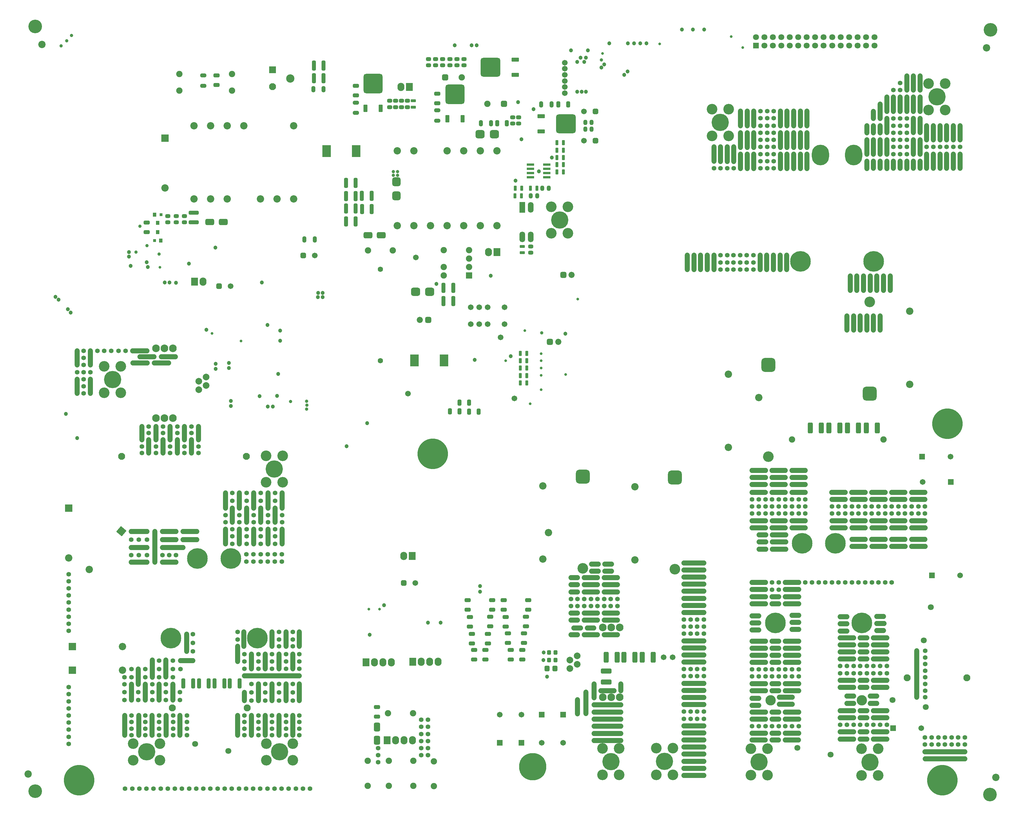
<source format=gbs>
G04*
G04 #@! TF.GenerationSoftware,Altium Limited,Altium Designer,25.3.3 (18)*
G04*
G04 Layer_Color=16711935*
%FSLAX44Y44*%
%MOMM*%
G71*
G04*
G04 #@! TF.SameCoordinates,95261EA5-16E4-4C31-8C51-D7BA18121D47*
G04*
G04*
G04 #@! TF.FilePolarity,Negative*
G04*
G01*
G75*
%ADD32R,0.9000X0.9500*%
G04:AMPARAMS|DCode=57|XSize=1.1032mm|YSize=1.8032mm|CornerRadius=0.2366mm|HoleSize=0mm|Usage=FLASHONLY|Rotation=0.000|XOffset=0mm|YOffset=0mm|HoleType=Round|Shape=RoundedRectangle|*
%AMROUNDEDRECTD57*
21,1,1.1032,1.3300,0,0,0.0*
21,1,0.6300,1.8032,0,0,0.0*
1,1,0.4732,0.3150,-0.6650*
1,1,0.4732,-0.3150,-0.6650*
1,1,0.4732,-0.3150,0.6650*
1,1,0.4732,0.3150,0.6650*
%
%ADD57ROUNDEDRECTD57*%
%ADD58R,1.1032X1.1532*%
G04:AMPARAMS|DCode=60|XSize=1.1032mm|YSize=1.5032mm|CornerRadius=0.3266mm|HoleSize=0mm|Usage=FLASHONLY|Rotation=90.000|XOffset=0mm|YOffset=0mm|HoleType=Round|Shape=RoundedRectangle|*
%AMROUNDEDRECTD60*
21,1,1.1032,0.8500,0,0,90.0*
21,1,0.4500,1.5032,0,0,90.0*
1,1,0.6532,0.4250,0.2250*
1,1,0.6532,0.4250,-0.2250*
1,1,0.6532,-0.4250,-0.2250*
1,1,0.6532,-0.4250,0.2250*
%
%ADD60ROUNDEDRECTD60*%
G04:AMPARAMS|DCode=61|XSize=1.1032mm|YSize=1.8032mm|CornerRadius=0.2366mm|HoleSize=0mm|Usage=FLASHONLY|Rotation=270.000|XOffset=0mm|YOffset=0mm|HoleType=Round|Shape=RoundedRectangle|*
%AMROUNDEDRECTD61*
21,1,1.1032,1.3300,0,0,270.0*
21,1,0.6300,1.8032,0,0,270.0*
1,1,0.4732,-0.6650,-0.3150*
1,1,0.4732,-0.6650,0.3150*
1,1,0.4732,0.6650,0.3150*
1,1,0.4732,0.6650,-0.3150*
%
%ADD61ROUNDEDRECTD61*%
G04:AMPARAMS|DCode=62|XSize=1.1032mm|YSize=1.5032mm|CornerRadius=0.3266mm|HoleSize=0mm|Usage=FLASHONLY|Rotation=180.000|XOffset=0mm|YOffset=0mm|HoleType=Round|Shape=RoundedRectangle|*
%AMROUNDEDRECTD62*
21,1,1.1032,0.8500,0,0,180.0*
21,1,0.4500,1.5032,0,0,180.0*
1,1,0.6532,-0.2250,0.4250*
1,1,0.6532,0.2250,0.4250*
1,1,0.6532,0.2250,-0.4250*
1,1,0.6532,-0.2250,-0.4250*
%
%ADD62ROUNDEDRECTD62*%
G04:AMPARAMS|DCode=63|XSize=0.9032mm|YSize=1.5032mm|CornerRadius=0.2066mm|HoleSize=0mm|Usage=FLASHONLY|Rotation=180.000|XOffset=0mm|YOffset=0mm|HoleType=Round|Shape=RoundedRectangle|*
%AMROUNDEDRECTD63*
21,1,0.9032,1.0900,0,0,180.0*
21,1,0.4900,1.5032,0,0,180.0*
1,1,0.4132,-0.2450,0.5450*
1,1,0.4132,0.2450,0.5450*
1,1,0.4132,0.2450,-0.5450*
1,1,0.4132,-0.2450,-0.5450*
%
%ADD63ROUNDEDRECTD63*%
G04:AMPARAMS|DCode=64|XSize=1.6032mm|YSize=1.7532mm|CornerRadius=0.4516mm|HoleSize=0mm|Usage=FLASHONLY|Rotation=0.000|XOffset=0mm|YOffset=0mm|HoleType=Round|Shape=RoundedRectangle|*
%AMROUNDEDRECTD64*
21,1,1.6032,0.8500,0,0,0.0*
21,1,0.7000,1.7532,0,0,0.0*
1,1,0.9032,0.3500,-0.4250*
1,1,0.9032,-0.3500,-0.4250*
1,1,0.9032,-0.3500,0.4250*
1,1,0.9032,0.3500,0.4250*
%
%ADD64ROUNDEDRECTD64*%
G04:AMPARAMS|DCode=65|XSize=2.7032mm|YSize=2.5032mm|CornerRadius=0.6766mm|HoleSize=0mm|Usage=FLASHONLY|Rotation=270.000|XOffset=0mm|YOffset=0mm|HoleType=Round|Shape=RoundedRectangle|*
%AMROUNDEDRECTD65*
21,1,2.7032,1.1500,0,0,270.0*
21,1,1.3500,2.5032,0,0,270.0*
1,1,1.3532,-0.5750,-0.6750*
1,1,1.3532,-0.5750,0.6750*
1,1,1.3532,0.5750,0.6750*
1,1,1.3532,0.5750,-0.6750*
%
%ADD65ROUNDEDRECTD65*%
G04:AMPARAMS|DCode=66|XSize=0.9032mm|YSize=1.5032mm|CornerRadius=0.2066mm|HoleSize=0mm|Usage=FLASHONLY|Rotation=270.000|XOffset=0mm|YOffset=0mm|HoleType=Round|Shape=RoundedRectangle|*
%AMROUNDEDRECTD66*
21,1,0.9032,1.0900,0,0,270.0*
21,1,0.4900,1.5032,0,0,270.0*
1,1,0.4132,-0.5450,-0.2450*
1,1,0.4132,-0.5450,0.2450*
1,1,0.4132,0.5450,0.2450*
1,1,0.4132,0.5450,-0.2450*
%
%ADD66ROUNDEDRECTD66*%
G04:AMPARAMS|DCode=69|XSize=1.1032mm|YSize=1.8032mm|CornerRadius=0.3266mm|HoleSize=0mm|Usage=FLASHONLY|Rotation=180.000|XOffset=0mm|YOffset=0mm|HoleType=Round|Shape=RoundedRectangle|*
%AMROUNDEDRECTD69*
21,1,1.1032,1.1500,0,0,180.0*
21,1,0.4500,1.8032,0,0,180.0*
1,1,0.6532,-0.2250,0.5750*
1,1,0.6532,0.2250,0.5750*
1,1,0.6532,0.2250,-0.5750*
1,1,0.6532,-0.2250,-0.5750*
%
%ADD69ROUNDEDRECTD69*%
G04:AMPARAMS|DCode=70|XSize=1.5032mm|YSize=3.2032mm|CornerRadius=0.2966mm|HoleSize=0mm|Usage=FLASHONLY|Rotation=270.000|XOffset=0mm|YOffset=0mm|HoleType=Round|Shape=RoundedRectangle|*
%AMROUNDEDRECTD70*
21,1,1.5032,2.6100,0,0,270.0*
21,1,0.9100,3.2032,0,0,270.0*
1,1,0.5932,-1.3050,-0.4550*
1,1,0.5932,-1.3050,0.4550*
1,1,0.5932,1.3050,0.4550*
1,1,0.5932,1.3050,-0.4550*
%
%ADD70ROUNDEDRECTD70*%
G04:AMPARAMS|DCode=72|XSize=2.7032mm|YSize=1.9032mm|CornerRadius=0.5266mm|HoleSize=0mm|Usage=FLASHONLY|Rotation=90.000|XOffset=0mm|YOffset=0mm|HoleType=Round|Shape=RoundedRectangle|*
%AMROUNDEDRECTD72*
21,1,2.7032,0.8500,0,0,90.0*
21,1,1.6500,1.9032,0,0,90.0*
1,1,1.0532,0.4250,0.8250*
1,1,1.0532,0.4250,-0.8250*
1,1,1.0532,-0.4250,-0.8250*
1,1,1.0532,-0.4250,0.8250*
%
%ADD72ROUNDEDRECTD72*%
G04:AMPARAMS|DCode=79|XSize=2.7032mm|YSize=1.9032mm|CornerRadius=0.5266mm|HoleSize=0mm|Usage=FLASHONLY|Rotation=0.000|XOffset=0mm|YOffset=0mm|HoleType=Round|Shape=RoundedRectangle|*
%AMROUNDEDRECTD79*
21,1,2.7032,0.8500,0,0,0.0*
21,1,1.6500,1.9032,0,0,0.0*
1,1,1.0532,0.8250,-0.4250*
1,1,1.0532,-0.8250,-0.4250*
1,1,1.0532,-0.8250,0.4250*
1,1,1.0532,0.8250,0.4250*
%
%ADD79ROUNDEDRECTD79*%
%ADD80R,2.6016X3.6016*%
%ADD81C,2.2000*%
%ADD82C,4.1000*%
%ADD83C,5.2032*%
%ADD84C,3.2032*%
%ADD85C,1.7272*%
%ADD86C,8.2032*%
%ADD87C,1.8082*%
%ADD88R,1.8082X1.8082*%
%ADD89C,6.2032*%
%ADD90O,5.2032X6.2032*%
%ADD91C,9.2032*%
%ADD92R,1.7032X1.7032*%
%ADD93C,1.7032*%
G04:AMPARAMS|DCode=94|XSize=4.2032mm|YSize=4.2032mm|CornerRadius=1.1016mm|HoleSize=0mm|Usage=FLASHONLY|Rotation=90.000|XOffset=0mm|YOffset=0mm|HoleType=Round|Shape=RoundedRectangle|*
%AMROUNDEDRECTD94*
21,1,4.2032,2.0000,0,0,90.0*
21,1,2.0000,4.2032,0,0,90.0*
1,1,2.2032,1.0000,1.0000*
1,1,2.2032,1.0000,-1.0000*
1,1,2.2032,-1.0000,-1.0000*
1,1,2.2032,-1.0000,1.0000*
%
%ADD94ROUNDEDRECTD94*%
%ADD95C,2.2032*%
%ADD96C,1.8032*%
%ADD97C,3.1000*%
%ADD98C,2.0016*%
%ADD99C,2.3016*%
%ADD100C,1.9016*%
%ADD101O,2.1082X2.4892*%
%ADD102R,2.1082X2.4892*%
G04:AMPARAMS|DCode=103|XSize=1.7016mm|YSize=1.7016mm|CornerRadius=0.4508mm|HoleSize=0mm|Usage=FLASHONLY|Rotation=90.000|XOffset=0mm|YOffset=0mm|HoleType=Round|Shape=RoundedRectangle|*
%AMROUNDEDRECTD103*
21,1,1.7016,0.8000,0,0,90.0*
21,1,0.8000,1.7016,0,0,90.0*
1,1,0.9016,0.4000,0.4000*
1,1,0.9016,0.4000,-0.4000*
1,1,0.9016,-0.4000,-0.4000*
1,1,0.9016,-0.4000,0.4000*
%
%ADD103ROUNDEDRECTD103*%
%ADD104C,1.7016*%
%ADD105C,1.8500*%
G04:AMPARAMS|DCode=106|XSize=1.85mm|YSize=1.85mm|CornerRadius=0.4875mm|HoleSize=0mm|Usage=FLASHONLY|Rotation=0.000|XOffset=0mm|YOffset=0mm|HoleType=Round|Shape=RoundedRectangle|*
%AMROUNDEDRECTD106*
21,1,1.8500,0.8750,0,0,0.0*
21,1,0.8750,1.8500,0,0,0.0*
1,1,0.9750,0.4375,-0.4375*
1,1,0.9750,-0.4375,-0.4375*
1,1,0.9750,-0.4375,0.4375*
1,1,0.9750,0.4375,0.4375*
%
%ADD106ROUNDEDRECTD106*%
%ADD107C,1.6032*%
G04:AMPARAMS|DCode=108|XSize=1.9016mm|YSize=1.9016mm|CornerRadius=0.5008mm|HoleSize=0mm|Usage=FLASHONLY|Rotation=180.000|XOffset=0mm|YOffset=0mm|HoleType=Round|Shape=RoundedRectangle|*
%AMROUNDEDRECTD108*
21,1,1.9016,0.9000,0,0,180.0*
21,1,0.9000,1.9016,0,0,180.0*
1,1,1.0016,-0.4500,0.4500*
1,1,1.0016,0.4500,0.4500*
1,1,1.0016,0.4500,-0.4500*
1,1,1.0016,-0.4500,-0.4500*
%
%ADD108ROUNDEDRECTD108*%
%ADD109R,2.1016X2.1016*%
%ADD110C,2.1016*%
%ADD111C,2.5000*%
%ADD112R,2.2032X2.2032*%
%ADD113P,3.1158X4X275.0*%
%ADD114R,1.7032X1.7032*%
%ADD115C,2.1000*%
%ADD116R,2.2032X2.2032*%
%ADD117R,1.9016X1.9016*%
%ADD118C,1.9000*%
%ADD119C,1.4032*%
%ADD120C,0.7032*%
%ADD121C,0.8032*%
%ADD122C,1.2032*%
%ADD123C,1.0032*%
%ADD128C,1.5000*%
G04:AMPARAMS|DCode=181|XSize=5.7032mm|YSize=5.9032mm|CornerRadius=0.7891mm|HoleSize=0mm|Usage=FLASHONLY|Rotation=270.000|XOffset=0mm|YOffset=0mm|HoleType=Round|Shape=RoundedRectangle|*
%AMROUNDEDRECTD181*
21,1,5.7032,4.3250,0,0,270.0*
21,1,4.1250,5.9032,0,0,270.0*
1,1,1.5782,-2.1625,-2.0625*
1,1,1.5782,-2.1625,2.0625*
1,1,1.5782,2.1625,2.0625*
1,1,1.5782,2.1625,-2.0625*
%
%ADD181ROUNDEDRECTD181*%
G04:AMPARAMS|DCode=182|XSize=1.2032mm|YSize=2.2032mm|CornerRadius=0.2266mm|HoleSize=0mm|Usage=FLASHONLY|Rotation=270.000|XOffset=0mm|YOffset=0mm|HoleType=Round|Shape=RoundedRectangle|*
%AMROUNDEDRECTD182*
21,1,1.2032,1.7500,0,0,270.0*
21,1,0.7500,2.2032,0,0,270.0*
1,1,0.4532,-0.8750,-0.3750*
1,1,0.4532,-0.8750,0.3750*
1,1,0.4532,0.8750,0.3750*
1,1,0.4532,0.8750,-0.3750*
%
%ADD182ROUNDEDRECTD182*%
G04:AMPARAMS|DCode=183|XSize=1.5032mm|YSize=3.2032mm|CornerRadius=0.2966mm|HoleSize=0mm|Usage=FLASHONLY|Rotation=0.000|XOffset=0mm|YOffset=0mm|HoleType=Round|Shape=RoundedRectangle|*
%AMROUNDEDRECTD183*
21,1,1.5032,2.6100,0,0,0.0*
21,1,0.9100,3.2032,0,0,0.0*
1,1,0.5932,0.4550,-1.3050*
1,1,0.5932,-0.4550,-1.3050*
1,1,0.5932,-0.4550,1.3050*
1,1,0.5932,0.4550,1.3050*
%
%ADD183ROUNDEDRECTD183*%
G04:AMPARAMS|DCode=184|XSize=1.1032mm|YSize=1.8032mm|CornerRadius=0.3266mm|HoleSize=0mm|Usage=FLASHONLY|Rotation=270.000|XOffset=0mm|YOffset=0mm|HoleType=Round|Shape=RoundedRectangle|*
%AMROUNDEDRECTD184*
21,1,1.1032,1.1500,0,0,270.0*
21,1,0.4500,1.8032,0,0,270.0*
1,1,0.6532,-0.5750,-0.2250*
1,1,0.6532,-0.5750,0.2250*
1,1,0.6532,0.5750,0.2250*
1,1,0.6532,0.5750,-0.2250*
%
%ADD184ROUNDEDRECTD184*%
G04:AMPARAMS|DCode=185|XSize=1.1032mm|YSize=3.0032mm|CornerRadius=0.2366mm|HoleSize=0mm|Usage=FLASHONLY|Rotation=180.000|XOffset=0mm|YOffset=0mm|HoleType=Round|Shape=RoundedRectangle|*
%AMROUNDEDRECTD185*
21,1,1.1032,2.5300,0,0,180.0*
21,1,0.6300,3.0032,0,0,180.0*
1,1,0.4732,-0.3150,1.2650*
1,1,0.4732,0.3150,1.2650*
1,1,0.4732,0.3150,-1.2650*
1,1,0.4732,-0.3150,-1.2650*
%
%ADD185ROUNDEDRECTD185*%
G04:AMPARAMS|DCode=186|XSize=1.1032mm|YSize=3.0032mm|CornerRadius=0.2366mm|HoleSize=0mm|Usage=FLASHONLY|Rotation=90.000|XOffset=0mm|YOffset=0mm|HoleType=Round|Shape=RoundedRectangle|*
%AMROUNDEDRECTD186*
21,1,1.1032,2.5300,0,0,90.0*
21,1,0.6300,3.0032,0,0,90.0*
1,1,0.4732,1.2650,0.3150*
1,1,0.4732,1.2650,-0.3150*
1,1,0.4732,-1.2650,-0.3150*
1,1,0.4732,-1.2650,0.3150*
%
%ADD186ROUNDEDRECTD186*%
%ADD187R,1.7032X3.2032*%
%ADD188O,1.7032X3.2032*%
%ADD189R,2.1844X0.7620*%
G04:AMPARAMS|DCode=190|XSize=5.7032mm|YSize=5.9032mm|CornerRadius=0.7891mm|HoleSize=0mm|Usage=FLASHONLY|Rotation=180.000|XOffset=0mm|YOffset=0mm|HoleType=Round|Shape=RoundedRectangle|*
%AMROUNDEDRECTD190*
21,1,5.7032,4.3250,0,0,180.0*
21,1,4.1250,5.9032,0,0,180.0*
1,1,1.5782,-2.0625,2.1625*
1,1,1.5782,2.0625,2.1625*
1,1,1.5782,2.0625,-2.1625*
1,1,1.5782,-2.0625,-2.1625*
%
%ADD190ROUNDEDRECTD190*%
G04:AMPARAMS|DCode=191|XSize=1.2032mm|YSize=2.2032mm|CornerRadius=0.2266mm|HoleSize=0mm|Usage=FLASHONLY|Rotation=180.000|XOffset=0mm|YOffset=0mm|HoleType=Round|Shape=RoundedRectangle|*
%AMROUNDEDRECTD191*
21,1,1.2032,1.7500,0,0,180.0*
21,1,0.7500,2.2032,0,0,180.0*
1,1,0.4532,-0.3750,0.8750*
1,1,0.4532,0.3750,0.8750*
1,1,0.4532,0.3750,-0.8750*
1,1,0.4532,-0.3750,-0.8750*
%
%ADD191ROUNDEDRECTD191*%
G04:AMPARAMS|DCode=192|XSize=2.7032mm|YSize=2.5032mm|CornerRadius=0.6766mm|HoleSize=0mm|Usage=FLASHONLY|Rotation=180.000|XOffset=0mm|YOffset=0mm|HoleType=Round|Shape=RoundedRectangle|*
%AMROUNDEDRECTD192*
21,1,2.7032,1.1500,0,0,180.0*
21,1,1.3500,2.5032,0,0,180.0*
1,1,1.3532,-0.6750,0.5750*
1,1,1.3532,0.6750,0.5750*
1,1,1.3532,0.6750,-0.5750*
1,1,1.3532,-0.6750,-0.5750*
%
%ADD192ROUNDEDRECTD192*%
G04:AMPARAMS|DCode=193|XSize=1.3032mm|YSize=1.2032mm|CornerRadius=0.2516mm|HoleSize=0mm|Usage=FLASHONLY|Rotation=270.000|XOffset=0mm|YOffset=0mm|HoleType=Round|Shape=RoundedRectangle|*
%AMROUNDEDRECTD193*
21,1,1.3032,0.7000,0,0,270.0*
21,1,0.8000,1.2032,0,0,270.0*
1,1,0.5032,-0.3500,-0.4000*
1,1,0.5032,-0.3500,0.4000*
1,1,0.5032,0.3500,0.4000*
1,1,0.5032,0.3500,-0.4000*
%
%ADD193ROUNDEDRECTD193*%
G36*
X2456180Y1249281D02*
X2491740D01*
Y1214104D01*
X2456180D01*
Y1249281D01*
D02*
G37*
D32*
X322762Y1694101D02*
D03*
X342240Y1772321D02*
D03*
D57*
X1382290Y2046841D02*
D03*
X1353290D02*
D03*
X1240130Y1180390D02*
D03*
X1211130D02*
D03*
X1268800Y1206000D02*
D03*
X1239800D02*
D03*
X1297800Y1179100D02*
D03*
X1268800D02*
D03*
X1537440Y2103991D02*
D03*
X1566440D02*
D03*
D58*
X332262Y1719101D02*
D03*
X341762Y1694101D02*
D03*
X332740Y1747321D02*
D03*
X323240Y1772321D02*
D03*
D60*
X1399929Y2046231D02*
D03*
Y2065231D02*
D03*
X1417709Y2046231D02*
D03*
Y2065231D02*
D03*
X363219Y1749051D02*
D03*
Y1768051D02*
D03*
X388619Y1749051D02*
D03*
Y1768051D02*
D03*
X412749Y1749131D02*
D03*
Y1768131D02*
D03*
X1454150Y1676611D02*
D03*
Y1657611D02*
D03*
X1168145Y2240491D02*
D03*
Y2221491D02*
D03*
X1189481Y2240491D02*
D03*
Y2221491D02*
D03*
X1210818Y2240491D02*
D03*
Y2221491D02*
D03*
X1146809Y2240491D02*
D03*
Y2221491D02*
D03*
X1232154Y2240491D02*
D03*
Y2221491D02*
D03*
X1065529Y2114761D02*
D03*
Y2095761D02*
D03*
X1029969Y2114761D02*
D03*
Y2095761D02*
D03*
X1047749Y2114761D02*
D03*
Y2095761D02*
D03*
X1083309Y2114761D02*
D03*
Y2095761D02*
D03*
X1253490Y2240431D02*
D03*
Y2221431D02*
D03*
D61*
X1338581Y583271D02*
D03*
Y612271D02*
D03*
X1173480Y2135901D02*
D03*
Y2106901D02*
D03*
X299400Y1748101D02*
D03*
Y1719101D02*
D03*
X1446531Y612271D02*
D03*
Y583271D02*
D03*
X1440180Y562001D02*
D03*
Y533001D02*
D03*
X1433830Y512471D02*
D03*
Y483471D02*
D03*
X1428751Y462411D02*
D03*
Y433411D02*
D03*
X1372871Y612271D02*
D03*
Y583271D02*
D03*
X1379221Y561471D02*
D03*
Y532471D02*
D03*
X1385571Y511941D02*
D03*
Y482941D02*
D03*
X1394461Y462411D02*
D03*
Y433411D02*
D03*
X1264921Y612271D02*
D03*
Y583271D02*
D03*
X1271271Y561471D02*
D03*
Y532471D02*
D03*
X1277621Y510671D02*
D03*
Y481671D02*
D03*
X1283971Y462411D02*
D03*
Y433411D02*
D03*
X1332230Y562001D02*
D03*
Y533001D02*
D03*
X1325881Y510671D02*
D03*
Y481671D02*
D03*
X1318261Y462411D02*
D03*
Y433411D02*
D03*
X928370Y2159871D02*
D03*
Y2130871D02*
D03*
X509270Y2162119D02*
D03*
Y2191119D02*
D03*
X991870Y290431D02*
D03*
Y261431D02*
D03*
D62*
X1637330Y2029059D02*
D03*
X1618330D02*
D03*
X1637330Y2049379D02*
D03*
X1618330D02*
D03*
X1473540Y1828401D02*
D03*
X1454540D02*
D03*
X1489100Y1851261D02*
D03*
X1508100D02*
D03*
D63*
X1472540D02*
D03*
X1453540D02*
D03*
X1552300Y1943831D02*
D03*
X1533300D02*
D03*
Y1965421D02*
D03*
X1552300D02*
D03*
X1533300Y1900651D02*
D03*
X1552300D02*
D03*
X1533300Y1922241D02*
D03*
X1552300D02*
D03*
X1407820Y1851261D02*
D03*
X1426820D02*
D03*
X1407210Y1828401D02*
D03*
X1426210D02*
D03*
X1442060Y1310241D02*
D03*
X1423060D02*
D03*
X1442060Y1265791D02*
D03*
X1423060D02*
D03*
X1442060Y1332466D02*
D03*
X1423060D02*
D03*
X1442060Y1288016D02*
D03*
X1423060D02*
D03*
X1442060Y1354691D02*
D03*
X1423060D02*
D03*
X1533300Y1988281D02*
D03*
X1552300D02*
D03*
D64*
X1503110Y406002D02*
D03*
X1527110D02*
D03*
D65*
X1050290Y1828401D02*
D03*
X1050290Y1871401D02*
D03*
D66*
X1428750Y1657611D02*
D03*
Y1676611D02*
D03*
X1101090Y2114761D02*
D03*
Y2095761D02*
D03*
D69*
X1304030Y2046841D02*
D03*
X1335030D02*
D03*
X831200Y2149701D02*
D03*
X800200D02*
D03*
X804710Y1697591D02*
D03*
X773710D02*
D03*
X1516640Y2103991D02*
D03*
X1485640D02*
D03*
D70*
X1681481Y365371D02*
D03*
Y398371D02*
D03*
D72*
X991870Y190101D02*
D03*
X991870Y230101D02*
D03*
D79*
X489270Y1749661D02*
D03*
X529270Y1749660D02*
D03*
X1004900Y1710201D02*
D03*
X964900Y1710201D02*
D03*
D80*
X929201Y1963401D02*
D03*
X840200D02*
D03*
X1193851Y1333101D02*
D03*
X1104850D02*
D03*
D81*
X-57434Y88400D02*
D03*
X2853176Y78400D02*
D03*
X2825066Y2274421D02*
D03*
X-15834Y2284421D02*
D03*
D82*
X2835000Y26700D02*
D03*
X2836732Y2328388D02*
D03*
X-35700Y36700D02*
D03*
X-35785Y2338388D02*
D03*
D83*
X683260Y1006711D02*
D03*
X196850Y1275951D02*
D03*
X699130Y155411D02*
D03*
X1695450Y125961D02*
D03*
X1856740Y126601D02*
D03*
X2474360Y124691D02*
D03*
X299090Y155411D02*
D03*
X2024380Y2049381D02*
D03*
X2141220Y125331D02*
D03*
X2675891Y2126851D02*
D03*
X1541230Y1756011D02*
D03*
D84*
X658260Y966711D02*
D03*
Y1046711D02*
D03*
X708260Y966711D02*
D03*
Y1046711D02*
D03*
X221850Y1315951D02*
D03*
Y1235951D02*
D03*
X171850Y1315951D02*
D03*
Y1235951D02*
D03*
X739130Y130411D02*
D03*
X659130D02*
D03*
X739130Y180411D02*
D03*
X659130D02*
D03*
X1670450Y85961D02*
D03*
Y165961D02*
D03*
X1720450Y85961D02*
D03*
Y165961D02*
D03*
X1881740Y166601D02*
D03*
Y86601D02*
D03*
X1831740Y166601D02*
D03*
Y86601D02*
D03*
X2499360Y164691D02*
D03*
Y84691D02*
D03*
X2449360Y164691D02*
D03*
Y84691D02*
D03*
X259090Y180411D02*
D03*
X339090D02*
D03*
X259090Y130411D02*
D03*
X339090D02*
D03*
X2049380Y2089381D02*
D03*
Y2009381D02*
D03*
X1999380Y2089381D02*
D03*
Y2009381D02*
D03*
X2166220Y165331D02*
D03*
Y85331D02*
D03*
X2116220Y165331D02*
D03*
Y85331D02*
D03*
X2700891Y2166851D02*
D03*
Y2086851D02*
D03*
X2650891Y2166851D02*
D03*
Y2086851D02*
D03*
X1887490Y704881D02*
D03*
X1516230Y1716011D02*
D03*
Y1796011D02*
D03*
X1566230Y1716011D02*
D03*
Y1796011D02*
D03*
X1610630Y707421D02*
D03*
X2168510Y1043481D02*
D03*
X2473690Y1509201D02*
D03*
D85*
X1439300Y89761D02*
D03*
X1460500Y140961D02*
D03*
X1481700Y89761D02*
D03*
Y132161D02*
D03*
X1430500Y110961D02*
D03*
X1490500D02*
D03*
X1439280Y132161D02*
D03*
X1460500Y80961D02*
D03*
X2686440Y1121401D02*
D03*
X2707640Y1172601D02*
D03*
X2728840Y1121401D02*
D03*
Y1163801D02*
D03*
X2677640Y1142601D02*
D03*
X2737640D02*
D03*
X2686420Y1163801D02*
D03*
X2707640Y1112601D02*
D03*
X2671200Y49040D02*
D03*
X2692401Y100240D02*
D03*
X2713600Y49040D02*
D03*
Y91441D02*
D03*
X2662401Y70241D02*
D03*
X2722401D02*
D03*
X2671180Y91441D02*
D03*
X2692401Y40241D02*
D03*
X1138300Y1030801D02*
D03*
X1159500Y1082001D02*
D03*
X1180700Y1030801D02*
D03*
Y1073201D02*
D03*
X1129500Y1052001D02*
D03*
X1189500D02*
D03*
X1138280Y1073201D02*
D03*
X1159500Y1022001D02*
D03*
X75320Y49040D02*
D03*
X96520Y100240D02*
D03*
X117720Y49040D02*
D03*
Y91441D02*
D03*
X66520Y70241D02*
D03*
X126520D02*
D03*
X75300Y91441D02*
D03*
X96520Y40241D02*
D03*
D86*
X1460500Y110961D02*
D03*
D87*
X2131530Y2305921D02*
D03*
X2156930D02*
D03*
Y2280521D02*
D03*
X2182330Y2305921D02*
D03*
Y2280521D02*
D03*
X2207730Y2305921D02*
D03*
Y2280521D02*
D03*
X2233130Y2305921D02*
D03*
X2258930D02*
D03*
Y2280521D02*
D03*
X2284330Y2305921D02*
D03*
Y2280521D02*
D03*
X2309730D02*
D03*
X2335130D02*
D03*
X2309730Y2305921D02*
D03*
X2335130D02*
D03*
X2233130Y2280521D02*
D03*
X2360930Y2305921D02*
D03*
Y2280521D02*
D03*
X2386330Y2305921D02*
D03*
Y2280521D02*
D03*
X2411730Y2305921D02*
D03*
Y2280521D02*
D03*
X2437130Y2305921D02*
D03*
X2462930D02*
D03*
Y2280521D02*
D03*
X2488330Y2305921D02*
D03*
Y2280521D02*
D03*
X2437130D02*
D03*
D88*
X2131530D02*
D03*
D89*
X2265390Y1631551D02*
D03*
X2485390D02*
D03*
X2270290Y783181D02*
D03*
X2370290D02*
D03*
X2190290Y543181D02*
D03*
X2450290D02*
D03*
X632110Y497441D02*
D03*
X372110D02*
D03*
X552110Y737441D02*
D03*
X452110D02*
D03*
D90*
X2425390Y1951551D02*
D03*
X2325390D02*
D03*
D91*
X2707640Y1142601D02*
D03*
X2692401Y70241D02*
D03*
X1159500Y1052001D02*
D03*
X96520Y70241D02*
D03*
D92*
X2631440Y1043541D02*
D03*
X2543810Y226931D02*
D03*
X2717710Y967341D02*
D03*
X2660650Y686671D02*
D03*
D93*
X2716440Y1043541D02*
D03*
X2628810Y226931D02*
D03*
X1299360Y1442471D02*
D03*
X1324610Y1442471D02*
D03*
X1375110D02*
D03*
X1274110D02*
D03*
X1375110Y1492971D02*
D03*
X1324610D02*
D03*
X1299360D02*
D03*
X1274110D02*
D03*
X1487170Y182571D02*
D03*
X1426210Y267571D02*
D03*
X1551940Y182571D02*
D03*
X1361440Y267571D02*
D03*
X2632710Y967341D02*
D03*
X2745650Y686671D02*
D03*
X1109000Y1642901D02*
D03*
X1084800Y1233501D02*
D03*
X1405200Y1219301D02*
D03*
X1363700Y1403201D02*
D03*
X1556500Y2137701D02*
D03*
Y2156040D02*
D03*
Y2174380D02*
D03*
Y2192720D02*
D03*
Y2211060D02*
D03*
Y2229400D02*
D03*
X1880870Y440290D02*
D03*
X1854200D02*
D03*
D94*
X1887490Y980881D02*
D03*
X1610630Y983421D02*
D03*
X2168510Y1319481D02*
D03*
X2473690Y1233201D02*
D03*
D95*
X1767490Y952881D02*
D03*
Y732881D02*
D03*
X354330Y1852461D02*
D03*
X127051Y704147D02*
D03*
X1490630Y735421D02*
D03*
Y955421D02*
D03*
X441680Y1819220D02*
D03*
X741680Y2039221D02*
D03*
X591680D02*
D03*
X541680D02*
D03*
X491680D02*
D03*
X441680D02*
D03*
X741680Y1819220D02*
D03*
X691680D02*
D03*
X641680D02*
D03*
X541680D02*
D03*
X491680D02*
D03*
X2048510Y1291481D02*
D03*
Y1071481D02*
D03*
X2593690Y1261201D02*
D03*
Y1481201D02*
D03*
X1052690Y1738761D02*
D03*
X1152690D02*
D03*
X1102690D02*
D03*
X1202690D02*
D03*
X1252690D02*
D03*
X1352690D02*
D03*
X1052690Y1963761D02*
D03*
X1102690D02*
D03*
X1352690D02*
D03*
X1252690D02*
D03*
X1202690D02*
D03*
X1302690D02*
D03*
Y1738761D02*
D03*
X226130Y472041D02*
D03*
Y400921D02*
D03*
X64770Y738671D02*
D03*
X1507490Y814940D02*
D03*
X2140380Y1221341D02*
D03*
D96*
X2636520Y491091D02*
D03*
X2657520Y591091D02*
D03*
X2642070Y290091D02*
D03*
X2542070Y311091D02*
D03*
X545300Y158011D02*
D03*
X445300Y179011D02*
D03*
X2355850Y146921D02*
D03*
X2255850Y167921D02*
D03*
D97*
X2450170Y310751D02*
D03*
X2175171D02*
D03*
D98*
X1593641Y444150D02*
D03*
X1571645Y431450D02*
D03*
X1593641Y418750D02*
D03*
X1571645Y406050D02*
D03*
X478136Y1283521D02*
D03*
X456140Y1270821D02*
D03*
X478136Y1258121D02*
D03*
X456140Y1245421D02*
D03*
D99*
X1722140Y530050D02*
D03*
Y320051D02*
D03*
X1696740Y530050D02*
D03*
X1671340D02*
D03*
X1696740Y320051D02*
D03*
X1671340D02*
D03*
X378441Y1369520D02*
D03*
X353041D02*
D03*
X378441Y1159521D02*
D03*
X353041D02*
D03*
X327641Y1369520D02*
D03*
Y1159521D02*
D03*
D100*
X1163320Y52270D02*
D03*
Y127271D02*
D03*
X1101090Y53540D02*
D03*
Y128541D02*
D03*
X1099892Y271381D02*
D03*
X1024890D02*
D03*
X1323729Y2105261D02*
D03*
X1247140Y2185271D02*
D03*
X556260Y2145019D02*
D03*
Y2195019D02*
D03*
X397510D02*
D03*
Y2145019D02*
D03*
X1039501Y1664301D02*
D03*
X964500D02*
D03*
X1027430Y128541D02*
D03*
Y53540D02*
D03*
X963930Y128541D02*
D03*
Y53540D02*
D03*
X1268421Y1614135D02*
D03*
Y1639535D02*
D03*
Y1664935D02*
D03*
X1192221D02*
D03*
Y1614135D02*
D03*
Y1588735D02*
D03*
D101*
X1035050Y425051D02*
D03*
X1009650D02*
D03*
X984250D02*
D03*
X1176020Y426321D02*
D03*
X1150620D02*
D03*
X1125220D02*
D03*
X1071969Y745091D02*
D03*
X1327290Y1659491D02*
D03*
X1064260Y2156061D02*
D03*
X468630Y1570591D02*
D03*
X1098550Y190101D02*
D03*
X1073150D02*
D03*
X1047750D02*
D03*
D102*
X958850Y425051D02*
D03*
X1099820Y426321D02*
D03*
X1097369Y745091D02*
D03*
X1352690Y1659491D02*
D03*
X1089660Y2156061D02*
D03*
X443230Y1570591D02*
D03*
X1022350Y190101D02*
D03*
D103*
X1071969Y663805D02*
D03*
X769709Y1649325D02*
D03*
X516609Y1556595D02*
D03*
X1649131Y2082406D02*
D03*
Y1994782D02*
D03*
D104*
X1106971Y663805D02*
D03*
X804710Y1649325D02*
D03*
X551610Y1556595D02*
D03*
X1614130Y2082406D02*
D03*
Y1994782D02*
D03*
D105*
X1577108Y1590601D02*
D03*
X1120933Y1455021D02*
D03*
X1537008Y1389001D02*
D03*
D106*
X1552108Y1590601D02*
D03*
X1145933Y1455021D02*
D03*
X1512008Y1389001D02*
D03*
D107*
X1002030Y1607421D02*
D03*
Y1332420D02*
D03*
D108*
X1373729Y2105261D02*
D03*
X1197141Y2185271D02*
D03*
D109*
X678000Y2208001D02*
D03*
D110*
Y2157201D02*
D03*
X601451Y287889D02*
D03*
X376450D02*
D03*
X2585891Y378061D02*
D03*
X2765891D02*
D03*
D111*
X731553Y2182035D02*
D03*
D112*
X354330Y2002461D02*
D03*
X64770Y888671D02*
D03*
D113*
X223470Y819054D02*
D03*
D114*
X1487170Y267571D02*
D03*
X1426210Y182571D02*
D03*
X1551940Y267571D02*
D03*
X1361440Y182571D02*
D03*
D115*
X223981Y1044811D02*
D03*
X598980D02*
D03*
D116*
X76130Y472041D02*
D03*
Y400921D02*
D03*
D117*
X1268421Y1588735D02*
D03*
D118*
X2239941Y1095611D02*
D03*
X2514940D02*
D03*
D119*
X2445000Y236713D02*
D03*
X1697000Y720601D02*
D03*
Y699286D02*
D03*
X1677000Y720601D02*
D03*
Y699286D02*
D03*
X1657000Y720601D02*
D03*
Y699286D02*
D03*
X1637000D02*
D03*
Y720601D02*
D03*
X2241000Y319915D02*
D03*
Y298601D02*
D03*
X2495000Y520173D02*
D03*
Y541488D02*
D03*
Y562802D02*
D03*
X2515000Y520173D02*
D03*
Y541488D02*
D03*
Y562802D02*
D03*
X2385000Y519173D02*
D03*
Y540488D02*
D03*
Y561802D02*
D03*
X2405000Y519173D02*
D03*
Y540488D02*
D03*
Y561802D02*
D03*
X2140000Y543614D02*
D03*
Y522300D02*
D03*
Y564929D02*
D03*
X2120000Y522300D02*
D03*
Y543614D02*
D03*
Y564929D02*
D03*
Y488802D02*
D03*
Y600657D02*
D03*
X2240000Y523601D02*
D03*
Y544915D02*
D03*
Y566230D02*
D03*
X2260000Y523601D02*
D03*
Y544915D02*
D03*
Y566230D02*
D03*
X2201000Y808370D02*
D03*
Y787055D02*
D03*
X2221000Y808370D02*
D03*
Y787055D02*
D03*
X2181000Y808370D02*
D03*
Y787055D02*
D03*
X2161001Y808370D02*
D03*
Y787055D02*
D03*
X2141000Y808370D02*
D03*
Y787055D02*
D03*
X2201000Y765601D02*
D03*
X2221000D02*
D03*
X2181000D02*
D03*
X2161001D02*
D03*
X2141000D02*
D03*
X2420000Y773601D02*
D03*
X2500000D02*
D03*
X2480000D02*
D03*
X2460000D02*
D03*
X2440000D02*
D03*
X2419835Y795055D02*
D03*
X2499834D02*
D03*
X2479834D02*
D03*
X2459834D02*
D03*
X2439834D02*
D03*
X2520000Y773601D02*
D03*
X2540000D02*
D03*
X2560000D02*
D03*
X2640000D02*
D03*
X2620000D02*
D03*
X2600000D02*
D03*
X2580000D02*
D03*
X2519835Y795055D02*
D03*
X2539835D02*
D03*
X2559835D02*
D03*
X2639835D02*
D03*
X2619835D02*
D03*
X2599835D02*
D03*
X2579835D02*
D03*
X706136Y750286D02*
D03*
Y727601D02*
D03*
X684709Y750286D02*
D03*
Y727601D02*
D03*
X641854Y750286D02*
D03*
Y727601D02*
D03*
X620428Y750286D02*
D03*
Y727601D02*
D03*
X599000Y750286D02*
D03*
Y727601D02*
D03*
X663282D02*
D03*
Y750286D02*
D03*
X1945000Y1628286D02*
D03*
Y1649601D02*
D03*
X1925000Y1628286D02*
D03*
Y1649601D02*
D03*
X1965000Y1628286D02*
D03*
Y1649601D02*
D03*
X1985000Y1628286D02*
D03*
Y1649601D02*
D03*
X2005000Y1628286D02*
D03*
Y1649601D02*
D03*
X2044834Y1628286D02*
D03*
Y1649601D02*
D03*
X2025000Y1628286D02*
D03*
Y1649601D02*
D03*
X1945000Y1606971D02*
D03*
X2025000D02*
D03*
X2005000D02*
D03*
X1985000D02*
D03*
X1965000D02*
D03*
X2044834D02*
D03*
X1925000D02*
D03*
X2124000Y1628286D02*
D03*
Y1649601D02*
D03*
X2104000Y1628286D02*
D03*
Y1649601D02*
D03*
X2084000Y1628286D02*
D03*
Y1649601D02*
D03*
X2064000Y1628286D02*
D03*
Y1649601D02*
D03*
X2144000Y1628286D02*
D03*
Y1649601D02*
D03*
X2164000Y1628286D02*
D03*
Y1649601D02*
D03*
X2184000Y1628286D02*
D03*
Y1649601D02*
D03*
X2223835Y1628286D02*
D03*
Y1649601D02*
D03*
X2204000Y1628286D02*
D03*
Y1649601D02*
D03*
X2064000Y1606971D02*
D03*
X2124000D02*
D03*
X2204000D02*
D03*
X2184000D02*
D03*
X2164000D02*
D03*
X2144000D02*
D03*
X2223835D02*
D03*
X2104000D02*
D03*
X2084000D02*
D03*
X2475000Y301601D02*
D03*
Y322915D02*
D03*
X2495000Y301601D02*
D03*
Y322915D02*
D03*
X2405000Y301601D02*
D03*
Y322915D02*
D03*
X2425000Y301601D02*
D03*
Y322915D02*
D03*
X2202000Y298601D02*
D03*
Y319915D02*
D03*
X2222000Y298601D02*
D03*
Y319915D02*
D03*
X2120000Y295601D02*
D03*
Y316915D02*
D03*
X2140000Y295601D02*
D03*
Y316915D02*
D03*
X285000Y1114601D02*
D03*
Y1094601D02*
D03*
Y1074601D02*
D03*
Y1054601D02*
D03*
X572484Y427572D02*
D03*
X419884Y429601D02*
D03*
X438100Y457901D02*
D03*
X316100Y429601D02*
D03*
Y380300D02*
D03*
Y404601D02*
D03*
X253767Y380300D02*
D03*
X279292Y1325600D02*
D03*
X257865D02*
D03*
X343573D02*
D03*
X322146D02*
D03*
X300719D02*
D03*
X365000D02*
D03*
X364573Y1344601D02*
D03*
X278865D02*
D03*
X300292D02*
D03*
X321719D02*
D03*
X343146D02*
D03*
X386000D02*
D03*
X1644000Y528601D02*
D03*
X1624000D02*
D03*
X1604000D02*
D03*
X1584000D02*
D03*
X1715000Y507601D02*
D03*
X1695000D02*
D03*
X1675000D02*
D03*
X1655000D02*
D03*
X1575000D02*
D03*
X1595000D02*
D03*
X1615000D02*
D03*
X1635000D02*
D03*
X1915000Y681408D02*
D03*
Y702722D02*
D03*
Y724037D02*
D03*
X2285000Y2061971D02*
D03*
Y2083286D02*
D03*
X2265000Y2061971D02*
D03*
Y2083286D02*
D03*
X2245000Y2061971D02*
D03*
Y2083286D02*
D03*
X2225000Y2061971D02*
D03*
Y2083286D02*
D03*
X2145000Y2061971D02*
D03*
Y2083286D02*
D03*
X2165000Y2061971D02*
D03*
Y2083286D02*
D03*
X2185000Y2061971D02*
D03*
Y2083286D02*
D03*
X2205000Y2061971D02*
D03*
Y2083286D02*
D03*
X2125000Y2061971D02*
D03*
Y2083286D02*
D03*
X2105000Y2061971D02*
D03*
Y2083286D02*
D03*
X2085000Y2061971D02*
D03*
Y2083286D02*
D03*
X2545000Y2061713D02*
D03*
Y2083028D02*
D03*
Y2146971D02*
D03*
Y2125657D02*
D03*
Y2104342D02*
D03*
X2525000Y2061713D02*
D03*
Y2083028D02*
D03*
Y2125657D02*
D03*
Y2104342D02*
D03*
X2505000Y2061713D02*
D03*
Y2083028D02*
D03*
Y2104342D02*
D03*
X2485000Y2061713D02*
D03*
Y2083028D02*
D03*
X2565000Y2168286D02*
D03*
Y2146971D02*
D03*
Y2061713D02*
D03*
Y2083028D02*
D03*
Y2104342D02*
D03*
Y2125657D02*
D03*
X2585000Y2168286D02*
D03*
Y2189601D02*
D03*
Y2146971D02*
D03*
Y2061713D02*
D03*
Y2083028D02*
D03*
Y2104342D02*
D03*
Y2125657D02*
D03*
X2605000Y2168286D02*
D03*
Y2189601D02*
D03*
Y2146971D02*
D03*
Y2061713D02*
D03*
Y2083028D02*
D03*
Y2104342D02*
D03*
Y2125657D02*
D03*
X2625000Y2168286D02*
D03*
Y2189601D02*
D03*
Y2146971D02*
D03*
Y2061713D02*
D03*
Y2083028D02*
D03*
Y2104342D02*
D03*
Y2125657D02*
D03*
X2045000Y1911713D02*
D03*
Y1933028D02*
D03*
Y1975657D02*
D03*
Y1954342D02*
D03*
X2025000Y1911713D02*
D03*
Y1933028D02*
D03*
Y1975657D02*
D03*
Y1954342D02*
D03*
X2005000Y1911713D02*
D03*
Y1933028D02*
D03*
Y1975657D02*
D03*
Y1954342D02*
D03*
X2065000Y1911713D02*
D03*
Y1933028D02*
D03*
Y1954342D02*
D03*
Y1975657D02*
D03*
X2085000Y2018286D02*
D03*
Y2039601D02*
D03*
Y1996971D02*
D03*
Y1911713D02*
D03*
Y1933028D02*
D03*
Y1954342D02*
D03*
Y1975657D02*
D03*
X2105000Y2018286D02*
D03*
Y2039601D02*
D03*
Y1996971D02*
D03*
Y1911713D02*
D03*
Y1933028D02*
D03*
Y1954342D02*
D03*
Y1975657D02*
D03*
X2125000Y2018286D02*
D03*
Y2039601D02*
D03*
Y1996971D02*
D03*
Y1911713D02*
D03*
Y1933028D02*
D03*
Y1954342D02*
D03*
Y1975657D02*
D03*
X2685000Y1911713D02*
D03*
Y1933028D02*
D03*
Y2039601D02*
D03*
Y2018286D02*
D03*
Y1996971D02*
D03*
Y1975657D02*
D03*
Y1954342D02*
D03*
X2665000Y1911713D02*
D03*
Y1933028D02*
D03*
Y2039601D02*
D03*
Y2018286D02*
D03*
Y1996971D02*
D03*
Y1975657D02*
D03*
Y1954342D02*
D03*
X2645000Y1911713D02*
D03*
Y1933028D02*
D03*
Y2039601D02*
D03*
Y2018286D02*
D03*
Y1996971D02*
D03*
Y1975657D02*
D03*
Y1954342D02*
D03*
X2625000Y1911713D02*
D03*
Y1933028D02*
D03*
Y2039601D02*
D03*
Y2018286D02*
D03*
Y1996971D02*
D03*
Y1975657D02*
D03*
Y1954342D02*
D03*
X2705000Y2018286D02*
D03*
Y2039601D02*
D03*
Y1996971D02*
D03*
Y1911713D02*
D03*
Y1933028D02*
D03*
Y1954342D02*
D03*
Y1975657D02*
D03*
X2725000Y2018286D02*
D03*
Y2039601D02*
D03*
Y1996971D02*
D03*
Y1911713D02*
D03*
Y1933028D02*
D03*
Y1954342D02*
D03*
Y1975657D02*
D03*
X2745000Y2018286D02*
D03*
Y2039601D02*
D03*
Y1996971D02*
D03*
Y1911713D02*
D03*
Y1933028D02*
D03*
Y1954342D02*
D03*
Y1975657D02*
D03*
X2525000Y1911713D02*
D03*
Y1933028D02*
D03*
Y2039601D02*
D03*
Y2018286D02*
D03*
Y1996971D02*
D03*
Y1975657D02*
D03*
Y1954342D02*
D03*
X2505000Y1911713D02*
D03*
Y1933028D02*
D03*
Y2039601D02*
D03*
Y2018286D02*
D03*
Y1996971D02*
D03*
Y1975657D02*
D03*
Y1954342D02*
D03*
X2485000Y1911713D02*
D03*
Y1933028D02*
D03*
Y2039601D02*
D03*
Y2018286D02*
D03*
Y1996971D02*
D03*
Y1975657D02*
D03*
Y1954342D02*
D03*
X2465000Y1911713D02*
D03*
Y1933028D02*
D03*
Y2039601D02*
D03*
Y2018286D02*
D03*
Y1996971D02*
D03*
Y1975657D02*
D03*
Y1954342D02*
D03*
X2545000Y2018286D02*
D03*
Y2039601D02*
D03*
Y1996971D02*
D03*
Y1911713D02*
D03*
Y1933028D02*
D03*
Y1954342D02*
D03*
Y1975657D02*
D03*
X2565000Y2018286D02*
D03*
Y2039601D02*
D03*
Y1996971D02*
D03*
Y1911713D02*
D03*
Y1933028D02*
D03*
Y1954342D02*
D03*
Y1975657D02*
D03*
X2585000Y2018286D02*
D03*
Y2039601D02*
D03*
Y1996971D02*
D03*
Y1911713D02*
D03*
Y1933028D02*
D03*
Y1954342D02*
D03*
Y1975657D02*
D03*
X2605000Y2018286D02*
D03*
Y2039601D02*
D03*
Y1996971D02*
D03*
Y1911713D02*
D03*
Y1933028D02*
D03*
Y1954342D02*
D03*
Y1975657D02*
D03*
X2205000Y1911713D02*
D03*
Y1933028D02*
D03*
Y2039601D02*
D03*
Y2018286D02*
D03*
Y1996971D02*
D03*
Y1975657D02*
D03*
Y1954342D02*
D03*
X2185000Y1911713D02*
D03*
Y1933028D02*
D03*
Y2039601D02*
D03*
Y2018286D02*
D03*
Y1996971D02*
D03*
Y1975657D02*
D03*
Y1954342D02*
D03*
X2165000Y1911713D02*
D03*
Y1933028D02*
D03*
Y2039601D02*
D03*
Y2018286D02*
D03*
Y1996971D02*
D03*
Y1975657D02*
D03*
Y1954342D02*
D03*
X2145000Y1911713D02*
D03*
Y1933028D02*
D03*
Y2039601D02*
D03*
Y2018286D02*
D03*
Y1996971D02*
D03*
Y1975657D02*
D03*
Y1954342D02*
D03*
X2225000Y2018286D02*
D03*
Y2039601D02*
D03*
Y1996971D02*
D03*
Y1911713D02*
D03*
Y1933028D02*
D03*
Y1954342D02*
D03*
Y1975657D02*
D03*
X2245000Y2018286D02*
D03*
Y2039601D02*
D03*
Y1996971D02*
D03*
Y1911713D02*
D03*
Y1933028D02*
D03*
Y1954342D02*
D03*
Y1975657D02*
D03*
X2265000Y2018286D02*
D03*
Y2039601D02*
D03*
Y1996971D02*
D03*
Y1911713D02*
D03*
Y1933028D02*
D03*
Y1954342D02*
D03*
Y1975657D02*
D03*
X2285000Y2018286D02*
D03*
Y2039601D02*
D03*
Y1996971D02*
D03*
Y1911713D02*
D03*
Y1933028D02*
D03*
Y1954342D02*
D03*
Y1975657D02*
D03*
X1635000Y551713D02*
D03*
Y573028D02*
D03*
Y679601D02*
D03*
Y658286D02*
D03*
Y636972D02*
D03*
Y615657D02*
D03*
Y594342D02*
D03*
X1615000Y551713D02*
D03*
Y573028D02*
D03*
Y679601D02*
D03*
Y658286D02*
D03*
Y636972D02*
D03*
Y615657D02*
D03*
Y594342D02*
D03*
X1595000Y551713D02*
D03*
Y573028D02*
D03*
Y679601D02*
D03*
Y658286D02*
D03*
Y636972D02*
D03*
Y615657D02*
D03*
Y594342D02*
D03*
X1575000Y551713D02*
D03*
Y573028D02*
D03*
Y679601D02*
D03*
Y658286D02*
D03*
Y636972D02*
D03*
Y615657D02*
D03*
Y594342D02*
D03*
X1655000Y658286D02*
D03*
Y679601D02*
D03*
Y636972D02*
D03*
Y551713D02*
D03*
Y573028D02*
D03*
Y594342D02*
D03*
Y615657D02*
D03*
X1675000Y658286D02*
D03*
Y679601D02*
D03*
Y636972D02*
D03*
Y551713D02*
D03*
Y573028D02*
D03*
Y594342D02*
D03*
Y615657D02*
D03*
X1695000Y658286D02*
D03*
Y679601D02*
D03*
Y636972D02*
D03*
Y551713D02*
D03*
Y573028D02*
D03*
Y594342D02*
D03*
Y615657D02*
D03*
X1715000Y658286D02*
D03*
Y679601D02*
D03*
Y636972D02*
D03*
Y551713D02*
D03*
Y573028D02*
D03*
Y594342D02*
D03*
Y615657D02*
D03*
X2425000Y1424601D02*
D03*
X2445000D02*
D03*
X2485000D02*
D03*
X2505000D02*
D03*
X2465000D02*
D03*
X2405000D02*
D03*
X2505000Y1467230D02*
D03*
Y1445915D02*
D03*
X2485000Y1467230D02*
D03*
Y1445915D02*
D03*
X2405000Y1467230D02*
D03*
Y1445915D02*
D03*
X2425000Y1467230D02*
D03*
Y1445915D02*
D03*
X2445000Y1467230D02*
D03*
Y1445915D02*
D03*
X2465000Y1467230D02*
D03*
Y1445915D02*
D03*
X2435000Y1544601D02*
D03*
X2455000D02*
D03*
X2495000D02*
D03*
X2515000D02*
D03*
X2535000D02*
D03*
X2475000D02*
D03*
X2415000D02*
D03*
X2535000Y1587230D02*
D03*
Y1565915D02*
D03*
X2515000Y1587230D02*
D03*
Y1565915D02*
D03*
X2495000Y1587230D02*
D03*
Y1565915D02*
D03*
X2415000Y1587230D02*
D03*
Y1565915D02*
D03*
X2435000Y1587230D02*
D03*
Y1565915D02*
D03*
X2455000Y1587230D02*
D03*
Y1565915D02*
D03*
X2475000Y1587230D02*
D03*
Y1565915D02*
D03*
X2119834Y936313D02*
D03*
Y893684D02*
D03*
Y914999D02*
D03*
Y851055D02*
D03*
Y872370D02*
D03*
X2140000Y959601D02*
D03*
X2160000D02*
D03*
X2279835D02*
D03*
X2200000D02*
D03*
X2220000D02*
D03*
X2240000D02*
D03*
X2260000D02*
D03*
X2180000D02*
D03*
X2120000D02*
D03*
X2260000Y1002230D02*
D03*
Y980915D02*
D03*
X2279835Y1002230D02*
D03*
Y980915D02*
D03*
X2240000Y1002230D02*
D03*
Y980915D02*
D03*
X2220000Y1002230D02*
D03*
Y980915D02*
D03*
X2200000Y1002230D02*
D03*
Y980915D02*
D03*
X2120000Y1002230D02*
D03*
Y980915D02*
D03*
X2140000Y1002230D02*
D03*
Y980915D02*
D03*
X2160000Y1002230D02*
D03*
Y980915D02*
D03*
X2180000Y1002230D02*
D03*
Y980915D02*
D03*
X2120000Y829601D02*
D03*
X2140000D02*
D03*
X2160000D02*
D03*
X2180000D02*
D03*
X2260000D02*
D03*
X2240000D02*
D03*
X2220000D02*
D03*
X2200000D02*
D03*
X2140000Y851055D02*
D03*
Y872370D02*
D03*
X2160000Y851055D02*
D03*
Y872370D02*
D03*
X2180000Y851055D02*
D03*
Y872370D02*
D03*
X2259834Y851055D02*
D03*
Y872370D02*
D03*
X2239834Y851055D02*
D03*
Y872370D02*
D03*
X2220000Y851055D02*
D03*
Y872370D02*
D03*
X2200000Y851055D02*
D03*
Y872370D02*
D03*
X2279835Y829601D02*
D03*
Y851055D02*
D03*
Y872370D02*
D03*
X2180000Y914999D02*
D03*
Y936313D02*
D03*
X2160000Y914999D02*
D03*
Y936313D02*
D03*
X2140000Y914999D02*
D03*
Y936313D02*
D03*
X2200000Y914999D02*
D03*
Y936313D02*
D03*
X2220000Y914999D02*
D03*
Y936313D02*
D03*
X2239834Y914999D02*
D03*
Y936313D02*
D03*
X2279835Y914999D02*
D03*
Y936313D02*
D03*
X2259834Y914999D02*
D03*
Y936313D02*
D03*
X2180000Y893684D02*
D03*
X2259834D02*
D03*
X2239834D02*
D03*
X2220000D02*
D03*
X2200000D02*
D03*
X2279835D02*
D03*
X2160000D02*
D03*
X2140000D02*
D03*
X2379835D02*
D03*
X2399835D02*
D03*
X2579835D02*
D03*
X2599835D02*
D03*
X2619835D02*
D03*
X2639835D02*
D03*
X2559835D02*
D03*
X2539835D02*
D03*
X2519835D02*
D03*
X2439834D02*
D03*
X2459834D02*
D03*
X2479834D02*
D03*
X2499834D02*
D03*
X2419835D02*
D03*
X2359834D02*
D03*
X2639835Y936313D02*
D03*
Y914999D02*
D03*
X2619835Y936313D02*
D03*
Y914999D02*
D03*
X2599835Y936313D02*
D03*
Y914999D02*
D03*
X2579835Y936313D02*
D03*
Y914999D02*
D03*
X2499834Y936313D02*
D03*
Y914999D02*
D03*
X2519835Y936313D02*
D03*
Y914999D02*
D03*
X2539835Y936313D02*
D03*
Y914999D02*
D03*
X2559835Y936313D02*
D03*
Y914999D02*
D03*
X2479834Y936313D02*
D03*
Y914999D02*
D03*
X2459834Y936313D02*
D03*
Y914999D02*
D03*
X2439834Y936313D02*
D03*
Y914999D02*
D03*
X2359834Y936313D02*
D03*
Y914999D02*
D03*
X2379835Y936313D02*
D03*
Y914999D02*
D03*
X2399835Y936313D02*
D03*
Y914999D02*
D03*
X2419835Y936313D02*
D03*
Y914999D02*
D03*
X2579835Y872370D02*
D03*
Y851055D02*
D03*
X2599835Y872370D02*
D03*
Y851055D02*
D03*
X2619835Y872370D02*
D03*
Y851055D02*
D03*
X2639835Y872370D02*
D03*
Y851055D02*
D03*
X2559835Y872370D02*
D03*
Y851055D02*
D03*
X2539835Y872370D02*
D03*
Y851055D02*
D03*
X2519835Y872370D02*
D03*
Y851055D02*
D03*
X2580000Y829601D02*
D03*
X2600000D02*
D03*
X2620000D02*
D03*
X2640000D02*
D03*
X2560000D02*
D03*
X2540000D02*
D03*
X2520000D02*
D03*
X2439834Y872370D02*
D03*
Y851055D02*
D03*
X2459834Y872370D02*
D03*
Y851055D02*
D03*
X2479834Y872370D02*
D03*
Y851055D02*
D03*
X2499834Y872370D02*
D03*
Y851055D02*
D03*
X2419835Y872370D02*
D03*
Y851055D02*
D03*
X2399835Y872370D02*
D03*
Y851055D02*
D03*
X2379835Y872370D02*
D03*
Y851055D02*
D03*
X2359834Y872370D02*
D03*
Y851055D02*
D03*
X2440000Y829601D02*
D03*
X2460000D02*
D03*
X2480000D02*
D03*
X2500000D02*
D03*
X2420000D02*
D03*
X2400000D02*
D03*
X2380000D02*
D03*
X2360000D02*
D03*
X2719835Y198684D02*
D03*
Y177369D02*
D03*
Y156055D02*
D03*
X2739835Y198684D02*
D03*
Y177369D02*
D03*
Y156055D02*
D03*
X2759835Y198684D02*
D03*
Y177369D02*
D03*
Y156055D02*
D03*
X2699835Y198684D02*
D03*
Y177369D02*
D03*
Y156055D02*
D03*
X2679835Y198684D02*
D03*
Y177369D02*
D03*
Y156055D02*
D03*
X2659835Y198684D02*
D03*
Y177369D02*
D03*
Y156055D02*
D03*
X2639835Y198684D02*
D03*
Y177369D02*
D03*
Y156055D02*
D03*
X2720000Y134601D02*
D03*
X2740000D02*
D03*
X2760000D02*
D03*
X2700000D02*
D03*
X2680000D02*
D03*
X2660000D02*
D03*
X2640000D02*
D03*
Y399600D02*
D03*
Y419600D02*
D03*
Y439600D02*
D03*
Y459601D02*
D03*
Y379601D02*
D03*
Y359601D02*
D03*
Y339601D02*
D03*
Y319601D02*
D03*
X2615000Y399600D02*
D03*
Y419600D02*
D03*
Y439600D02*
D03*
Y459601D02*
D03*
Y379601D02*
D03*
Y359601D02*
D03*
Y339601D02*
D03*
Y319601D02*
D03*
X2385166Y193944D02*
D03*
X2405166D02*
D03*
X2425166D02*
D03*
X2445166D02*
D03*
X2525166D02*
D03*
X2505166D02*
D03*
X2485166D02*
D03*
X2465166D02*
D03*
X2119685Y191142D02*
D03*
X2139685D02*
D03*
X2159685D02*
D03*
X2179685D02*
D03*
X2259685D02*
D03*
X2239685D02*
D03*
X2219685D02*
D03*
X2199685D02*
D03*
X2385000Y215399D02*
D03*
Y236713D02*
D03*
Y258028D02*
D03*
Y279342D02*
D03*
X2405000Y215399D02*
D03*
Y236713D02*
D03*
Y258028D02*
D03*
Y279342D02*
D03*
X2425000Y215399D02*
D03*
Y236713D02*
D03*
Y258028D02*
D03*
Y279342D02*
D03*
X2445000Y215399D02*
D03*
Y258028D02*
D03*
Y279342D02*
D03*
X2525000Y215399D02*
D03*
Y236713D02*
D03*
Y279342D02*
D03*
Y258028D02*
D03*
X2505000Y215399D02*
D03*
Y236713D02*
D03*
Y279342D02*
D03*
Y258028D02*
D03*
X2485000Y215399D02*
D03*
Y236713D02*
D03*
Y279342D02*
D03*
Y258028D02*
D03*
X2465000Y215399D02*
D03*
Y236713D02*
D03*
Y279342D02*
D03*
Y258028D02*
D03*
X2445000Y370915D02*
D03*
Y349601D02*
D03*
Y392230D02*
D03*
Y498802D02*
D03*
Y477488D02*
D03*
Y456173D02*
D03*
Y434859D02*
D03*
Y413544D02*
D03*
X2425000Y370915D02*
D03*
Y349601D02*
D03*
Y392230D02*
D03*
Y498802D02*
D03*
Y477488D02*
D03*
Y456173D02*
D03*
Y434859D02*
D03*
Y413544D02*
D03*
X2405000Y370915D02*
D03*
Y349601D02*
D03*
Y392230D02*
D03*
Y498802D02*
D03*
Y477488D02*
D03*
Y456173D02*
D03*
Y434859D02*
D03*
Y413544D02*
D03*
X2385000Y370915D02*
D03*
Y349601D02*
D03*
Y392230D02*
D03*
Y498802D02*
D03*
Y477488D02*
D03*
Y456173D02*
D03*
Y434859D02*
D03*
Y413544D02*
D03*
X2465000Y477488D02*
D03*
Y498802D02*
D03*
Y456173D02*
D03*
Y349601D02*
D03*
Y370915D02*
D03*
Y392230D02*
D03*
Y413544D02*
D03*
Y434859D02*
D03*
X2485000Y477488D02*
D03*
Y498802D02*
D03*
Y456173D02*
D03*
Y349601D02*
D03*
Y370915D02*
D03*
Y392230D02*
D03*
Y413544D02*
D03*
Y434859D02*
D03*
X2505000Y477488D02*
D03*
Y498802D02*
D03*
Y456173D02*
D03*
Y349601D02*
D03*
Y370915D02*
D03*
Y392230D02*
D03*
Y413544D02*
D03*
Y434859D02*
D03*
X2525000Y477488D02*
D03*
Y498802D02*
D03*
Y456173D02*
D03*
Y349601D02*
D03*
Y370915D02*
D03*
Y392230D02*
D03*
Y413544D02*
D03*
Y434859D02*
D03*
X2540000Y665399D02*
D03*
X2520000D02*
D03*
X2500000D02*
D03*
X2480000D02*
D03*
X2420000D02*
D03*
X2440000D02*
D03*
X2460000D02*
D03*
X2400000D02*
D03*
X2380000D02*
D03*
X2360000D02*
D03*
X2340000D02*
D03*
X2280000D02*
D03*
X2300000D02*
D03*
X2320000D02*
D03*
X2200000Y643286D02*
D03*
Y665399D02*
D03*
Y621972D02*
D03*
Y600657D02*
D03*
X2220000Y643286D02*
D03*
Y665399D02*
D03*
Y621972D02*
D03*
Y600657D02*
D03*
X2240000Y643286D02*
D03*
Y665399D02*
D03*
Y621972D02*
D03*
Y600657D02*
D03*
X2260000Y643286D02*
D03*
Y665399D02*
D03*
Y621972D02*
D03*
Y600657D02*
D03*
X2180000Y665399D02*
D03*
Y643286D02*
D03*
Y621972D02*
D03*
Y600657D02*
D03*
X2160000Y665399D02*
D03*
Y643286D02*
D03*
Y621972D02*
D03*
Y600657D02*
D03*
X2140000Y665399D02*
D03*
Y643286D02*
D03*
Y621972D02*
D03*
Y600657D02*
D03*
X2120000Y665399D02*
D03*
Y643286D02*
D03*
Y621972D02*
D03*
X2200000Y254084D02*
D03*
Y275399D02*
D03*
Y232770D02*
D03*
Y211455D02*
D03*
X2220000Y254084D02*
D03*
Y275399D02*
D03*
Y232770D02*
D03*
Y211455D02*
D03*
X2240000Y254084D02*
D03*
Y275399D02*
D03*
Y232770D02*
D03*
Y211455D02*
D03*
X2260000Y254084D02*
D03*
Y275399D02*
D03*
Y232770D02*
D03*
Y211455D02*
D03*
X2180000Y275399D02*
D03*
Y254084D02*
D03*
Y232770D02*
D03*
Y211455D02*
D03*
X2160000Y275399D02*
D03*
Y254084D02*
D03*
Y232770D02*
D03*
Y211455D02*
D03*
X2140000Y275399D02*
D03*
Y254084D02*
D03*
Y232770D02*
D03*
Y211455D02*
D03*
X2120000Y275399D02*
D03*
Y254084D02*
D03*
Y232770D02*
D03*
Y211455D02*
D03*
X2260000Y424859D02*
D03*
Y403544D02*
D03*
Y382230D02*
D03*
Y360915D02*
D03*
Y339601D02*
D03*
Y446173D02*
D03*
Y488802D02*
D03*
Y467488D02*
D03*
X2240000Y424859D02*
D03*
Y403544D02*
D03*
Y382230D02*
D03*
Y360915D02*
D03*
Y339601D02*
D03*
Y446173D02*
D03*
Y488802D02*
D03*
Y467488D02*
D03*
X2220000Y424859D02*
D03*
Y403544D02*
D03*
Y382230D02*
D03*
Y360915D02*
D03*
Y339601D02*
D03*
Y446173D02*
D03*
Y488802D02*
D03*
Y467488D02*
D03*
X2200000Y424859D02*
D03*
Y403544D02*
D03*
Y382230D02*
D03*
Y360915D02*
D03*
Y339601D02*
D03*
Y446173D02*
D03*
Y488802D02*
D03*
Y467488D02*
D03*
X2120000Y403544D02*
D03*
Y424859D02*
D03*
Y446173D02*
D03*
Y467488D02*
D03*
Y382230D02*
D03*
Y339601D02*
D03*
Y360915D02*
D03*
X2140000Y403544D02*
D03*
Y424859D02*
D03*
Y446173D02*
D03*
Y467488D02*
D03*
Y488802D02*
D03*
Y382230D02*
D03*
Y339601D02*
D03*
Y360915D02*
D03*
X2160000Y403544D02*
D03*
Y424859D02*
D03*
Y446173D02*
D03*
Y467488D02*
D03*
Y488802D02*
D03*
Y382230D02*
D03*
Y339601D02*
D03*
Y360915D02*
D03*
X2180000Y403544D02*
D03*
Y424859D02*
D03*
Y446173D02*
D03*
Y467488D02*
D03*
Y488802D02*
D03*
Y382230D02*
D03*
Y339601D02*
D03*
Y360915D02*
D03*
X1915000Y638778D02*
D03*
Y660093D02*
D03*
Y617464D02*
D03*
Y446948D02*
D03*
Y489577D02*
D03*
Y510891D02*
D03*
Y532206D02*
D03*
Y553520D02*
D03*
Y574835D02*
D03*
Y596149D02*
D03*
Y468262D02*
D03*
X1935000Y638778D02*
D03*
Y724037D02*
D03*
Y702722D02*
D03*
Y681408D02*
D03*
Y660093D02*
D03*
Y617464D02*
D03*
Y446948D02*
D03*
Y489577D02*
D03*
Y510891D02*
D03*
Y532206D02*
D03*
Y553520D02*
D03*
Y574835D02*
D03*
Y596149D02*
D03*
Y468262D02*
D03*
X1955000Y638778D02*
D03*
Y724037D02*
D03*
Y702722D02*
D03*
Y681408D02*
D03*
Y660093D02*
D03*
Y617464D02*
D03*
Y446948D02*
D03*
Y489577D02*
D03*
Y510891D02*
D03*
Y532206D02*
D03*
Y553520D02*
D03*
Y574835D02*
D03*
Y596149D02*
D03*
Y468262D02*
D03*
X1975000Y638778D02*
D03*
Y724037D02*
D03*
Y702722D02*
D03*
Y681408D02*
D03*
Y660093D02*
D03*
Y617464D02*
D03*
Y446948D02*
D03*
Y489577D02*
D03*
Y510891D02*
D03*
Y532206D02*
D03*
Y553520D02*
D03*
Y574835D02*
D03*
Y596149D02*
D03*
Y468262D02*
D03*
Y127230D02*
D03*
Y255117D02*
D03*
Y233802D02*
D03*
Y212488D02*
D03*
Y191173D02*
D03*
Y169859D02*
D03*
Y148544D02*
D03*
Y105915D02*
D03*
Y84601D02*
D03*
Y276431D02*
D03*
Y319060D02*
D03*
Y340375D02*
D03*
Y361689D02*
D03*
Y383004D02*
D03*
Y404319D02*
D03*
Y425633D02*
D03*
Y297746D02*
D03*
X1955000Y127230D02*
D03*
Y255117D02*
D03*
Y233802D02*
D03*
Y212488D02*
D03*
Y191173D02*
D03*
Y169859D02*
D03*
Y148544D02*
D03*
Y105915D02*
D03*
Y84601D02*
D03*
Y276431D02*
D03*
Y319060D02*
D03*
Y340375D02*
D03*
Y361689D02*
D03*
Y383004D02*
D03*
Y404319D02*
D03*
Y425633D02*
D03*
Y297746D02*
D03*
X1935000Y127230D02*
D03*
Y255117D02*
D03*
Y233802D02*
D03*
Y212488D02*
D03*
Y191173D02*
D03*
Y169859D02*
D03*
Y148544D02*
D03*
Y105915D02*
D03*
Y84601D02*
D03*
Y276431D02*
D03*
Y319060D02*
D03*
Y340375D02*
D03*
Y361689D02*
D03*
Y383004D02*
D03*
Y404319D02*
D03*
Y425633D02*
D03*
Y297746D02*
D03*
X1915000Y127230D02*
D03*
Y255117D02*
D03*
Y233802D02*
D03*
Y212488D02*
D03*
Y191173D02*
D03*
Y169859D02*
D03*
Y148544D02*
D03*
Y105915D02*
D03*
Y84601D02*
D03*
Y276431D02*
D03*
Y319060D02*
D03*
Y340375D02*
D03*
Y361689D02*
D03*
Y383004D02*
D03*
Y404319D02*
D03*
Y425633D02*
D03*
Y297746D02*
D03*
X1595000Y312455D02*
D03*
Y291028D02*
D03*
Y269601D02*
D03*
X1620000Y292455D02*
D03*
Y335309D02*
D03*
Y313882D02*
D03*
Y271028D02*
D03*
X1725000Y232455D02*
D03*
Y360117D02*
D03*
Y339534D02*
D03*
Y296736D02*
D03*
Y275309D02*
D03*
Y253882D02*
D03*
Y211028D02*
D03*
Y189601D02*
D03*
X1705000Y232455D02*
D03*
Y339534D02*
D03*
Y296736D02*
D03*
Y275309D02*
D03*
Y253882D02*
D03*
Y211028D02*
D03*
Y189601D02*
D03*
X1685000Y232455D02*
D03*
Y339534D02*
D03*
Y296736D02*
D03*
Y275309D02*
D03*
Y253882D02*
D03*
Y211028D02*
D03*
Y189601D02*
D03*
X1665000Y232455D02*
D03*
Y339534D02*
D03*
Y296736D02*
D03*
Y275309D02*
D03*
Y253882D02*
D03*
Y211028D02*
D03*
Y189601D02*
D03*
X1645000Y232455D02*
D03*
Y360117D02*
D03*
Y339534D02*
D03*
Y318163D02*
D03*
Y296736D02*
D03*
Y275309D02*
D03*
Y253882D02*
D03*
Y211028D02*
D03*
Y189601D02*
D03*
X1145000Y230836D02*
D03*
Y209409D02*
D03*
Y187982D02*
D03*
Y166555D02*
D03*
Y145184D02*
D03*
Y252263D02*
D03*
X1125000Y230836D02*
D03*
Y209409D02*
D03*
Y187982D02*
D03*
Y166555D02*
D03*
Y145184D02*
D03*
Y252263D02*
D03*
X995000Y166555D02*
D03*
Y145184D02*
D03*
Y124601D02*
D03*
X790516Y44601D02*
D03*
X769130D02*
D03*
X726359D02*
D03*
X704973D02*
D03*
X683587D02*
D03*
X662201D02*
D03*
X640815D02*
D03*
X619429D02*
D03*
X747745D02*
D03*
X598043D02*
D03*
X576658D02*
D03*
X533886D02*
D03*
X512500D02*
D03*
X491114D02*
D03*
X469728D02*
D03*
X448342D02*
D03*
X426957D02*
D03*
X555272D02*
D03*
X234484D02*
D03*
X255870D02*
D03*
X298641D02*
D03*
X320027D02*
D03*
X341413D02*
D03*
X362799D02*
D03*
X384185D02*
D03*
X405571D02*
D03*
X277255D02*
D03*
X65000Y690117D02*
D03*
Y668802D02*
D03*
Y626173D02*
D03*
Y604859D02*
D03*
Y583544D02*
D03*
Y562230D02*
D03*
Y540915D02*
D03*
Y519601D02*
D03*
Y647488D02*
D03*
Y350117D02*
D03*
Y328802D02*
D03*
Y286173D02*
D03*
Y264859D02*
D03*
Y243544D02*
D03*
Y222230D02*
D03*
Y200915D02*
D03*
Y179601D02*
D03*
Y307488D02*
D03*
X300075Y1362263D02*
D03*
X257221D02*
D03*
X235794D02*
D03*
X214366D02*
D03*
X192939D02*
D03*
X171569D02*
D03*
X150985D02*
D03*
X278648D02*
D03*
X130000Y1340836D02*
D03*
Y1319409D02*
D03*
Y1297982D02*
D03*
Y1276555D02*
D03*
Y1255184D02*
D03*
Y1234601D02*
D03*
Y1362263D02*
D03*
X110000Y1340836D02*
D03*
Y1319409D02*
D03*
Y1297982D02*
D03*
Y1276555D02*
D03*
Y1255184D02*
D03*
Y1234601D02*
D03*
Y1362263D02*
D03*
X90000Y1340836D02*
D03*
Y1319409D02*
D03*
Y1297982D02*
D03*
Y1276555D02*
D03*
Y1255184D02*
D03*
Y1234601D02*
D03*
Y1362263D02*
D03*
X455517Y1054601D02*
D03*
X434090D02*
D03*
X391236D02*
D03*
X369809D02*
D03*
X348382D02*
D03*
X326954D02*
D03*
X305584D02*
D03*
X412663D02*
D03*
X455517Y1074601D02*
D03*
X434090D02*
D03*
X391236D02*
D03*
X369809D02*
D03*
X348382D02*
D03*
X326954D02*
D03*
X305584D02*
D03*
X412663D02*
D03*
X455517Y1094601D02*
D03*
X434090D02*
D03*
X391236D02*
D03*
X369809D02*
D03*
X348382D02*
D03*
X326954D02*
D03*
X305584D02*
D03*
X412663D02*
D03*
X455517Y1114601D02*
D03*
X434090D02*
D03*
X391236D02*
D03*
X369809D02*
D03*
X348382D02*
D03*
X326954D02*
D03*
X305584D02*
D03*
X412663D02*
D03*
Y1134601D02*
D03*
X285000D02*
D03*
X305584D02*
D03*
X326954D02*
D03*
X348382D02*
D03*
X369809D02*
D03*
X391236D02*
D03*
X434090D02*
D03*
X455517D02*
D03*
X642436Y910600D02*
D03*
X578154D02*
D03*
X663863D02*
D03*
X685290D02*
D03*
X536200D02*
D03*
X621009D02*
D03*
X599582D02*
D03*
X556784D02*
D03*
X706717D02*
D03*
Y934601D02*
D03*
X685290D02*
D03*
X642436D02*
D03*
X621009D02*
D03*
X599582D02*
D03*
X578154D02*
D03*
X556784D02*
D03*
X536200D02*
D03*
X663863D02*
D03*
X357267Y429601D02*
D03*
X378434D02*
D03*
X400634D02*
D03*
X336684D02*
D03*
X438100D02*
D03*
X294934Y404601D02*
D03*
X253767D02*
D03*
X336684D02*
D03*
X357267D02*
D03*
X400634D02*
D03*
X274350D02*
D03*
X378434D02*
D03*
X572484Y245001D02*
D03*
X593450Y264800D02*
D03*
X635200D02*
D03*
X655784D02*
D03*
X738700Y245001D02*
D03*
X718117D02*
D03*
X697534D02*
D03*
X676367D02*
D03*
X758467D02*
D03*
X614034D02*
D03*
Y309401D02*
D03*
Y225201D02*
D03*
Y205401D02*
D03*
Y264800D02*
D03*
X758467Y205401D02*
D03*
Y225201D02*
D03*
Y309401D02*
D03*
X676367Y449600D02*
D03*
X758467Y334429D02*
D03*
X233700Y245001D02*
D03*
X253867D02*
D03*
X275450D02*
D03*
X295034D02*
D03*
X316200D02*
D03*
X399117D02*
D03*
X378534D02*
D03*
X357367D02*
D03*
X336784D02*
D03*
X420284D02*
D03*
Y225201D02*
D03*
X253867D02*
D03*
X275450D02*
D03*
X295034D02*
D03*
X233700D02*
D03*
X316200D02*
D03*
X336784D02*
D03*
X378534D02*
D03*
X357367D02*
D03*
X399117D02*
D03*
X252400Y747701D02*
D03*
Y770601D02*
D03*
Y793701D02*
D03*
Y818600D02*
D03*
X275984Y726201D02*
D03*
Y747701D02*
D03*
Y770601D02*
D03*
Y793701D02*
D03*
Y818600D02*
D03*
X300150Y726201D02*
D03*
Y747701D02*
D03*
Y770601D02*
D03*
Y793701D02*
D03*
Y818600D02*
D03*
X324317Y726201D02*
D03*
Y747701D02*
D03*
Y770601D02*
D03*
Y793701D02*
D03*
Y818600D02*
D03*
X346484Y726201D02*
D03*
Y747701D02*
D03*
Y770601D02*
D03*
Y793701D02*
D03*
Y818600D02*
D03*
X367067Y726201D02*
D03*
Y747701D02*
D03*
Y770601D02*
D03*
Y793701D02*
D03*
Y818600D02*
D03*
X387650Y726201D02*
D03*
Y747701D02*
D03*
Y770601D02*
D03*
Y793701D02*
D03*
Y818600D02*
D03*
X408817Y770601D02*
D03*
Y793701D02*
D03*
Y818600D02*
D03*
X429400Y793701D02*
D03*
Y818600D02*
D03*
X449984Y793701D02*
D03*
Y818600D02*
D03*
X663863Y889258D02*
D03*
Y867915D02*
D03*
Y846572D02*
D03*
Y825229D02*
D03*
Y803886D02*
D03*
Y781201D02*
D03*
X536200Y889258D02*
D03*
Y867915D02*
D03*
Y825229D02*
D03*
Y781201D02*
D03*
Y846572D02*
D03*
Y803886D02*
D03*
X556784Y889258D02*
D03*
Y867915D02*
D03*
Y825229D02*
D03*
Y781201D02*
D03*
Y846572D02*
D03*
Y803886D02*
D03*
X578154Y889258D02*
D03*
Y867915D02*
D03*
Y825229D02*
D03*
Y781201D02*
D03*
Y846572D02*
D03*
Y803886D02*
D03*
X599582Y889258D02*
D03*
Y867915D02*
D03*
Y825229D02*
D03*
Y781201D02*
D03*
Y846572D02*
D03*
Y803886D02*
D03*
X621009Y889258D02*
D03*
Y867915D02*
D03*
Y825229D02*
D03*
Y781201D02*
D03*
Y846572D02*
D03*
Y803886D02*
D03*
X642436Y889258D02*
D03*
Y867915D02*
D03*
Y825229D02*
D03*
Y781201D02*
D03*
Y846572D02*
D03*
Y803886D02*
D03*
X685290Y889258D02*
D03*
Y867915D02*
D03*
Y825229D02*
D03*
Y781201D02*
D03*
Y846572D02*
D03*
Y803886D02*
D03*
X706717Y889258D02*
D03*
Y867915D02*
D03*
Y825229D02*
D03*
Y781201D02*
D03*
Y846572D02*
D03*
Y803886D02*
D03*
X232600Y311800D02*
D03*
Y335176D02*
D03*
Y358550D02*
D03*
Y380300D02*
D03*
X253767Y335176D02*
D03*
Y311800D02*
D03*
Y358550D02*
D03*
X274350Y311800D02*
D03*
Y335176D02*
D03*
Y380300D02*
D03*
Y358550D02*
D03*
X294934Y335176D02*
D03*
Y311800D02*
D03*
Y358550D02*
D03*
Y380300D02*
D03*
X316100Y311800D02*
D03*
Y335176D02*
D03*
Y358550D02*
D03*
X336684Y335176D02*
D03*
Y311800D02*
D03*
Y380300D02*
D03*
Y358550D02*
D03*
X357267Y335176D02*
D03*
Y311800D02*
D03*
Y358550D02*
D03*
Y380300D02*
D03*
X378434Y335176D02*
D03*
Y311800D02*
D03*
Y358550D02*
D03*
Y380300D02*
D03*
X398917Y335176D02*
D03*
Y311800D02*
D03*
X316200Y205401D02*
D03*
X399117D02*
D03*
X253867D02*
D03*
X233700D02*
D03*
X275450D02*
D03*
X420284D02*
D03*
X378534D02*
D03*
X336784D02*
D03*
X295034D02*
D03*
X357367D02*
D03*
X591700Y516651D02*
D03*
Y472901D02*
D03*
Y493467D02*
D03*
X718117Y472901D02*
D03*
Y516651D02*
D03*
Y493484D02*
D03*
X738700Y472901D02*
D03*
Y516651D02*
D03*
Y493484D02*
D03*
X758467Y516651D02*
D03*
Y493484D02*
D03*
Y472901D02*
D03*
X697534Y427572D02*
D03*
X758467D02*
D03*
X593450D02*
D03*
X718117D02*
D03*
X738700D02*
D03*
X676367D02*
D03*
X655784D02*
D03*
X635200D02*
D03*
X614034D02*
D03*
Y405543D02*
D03*
X655784D02*
D03*
X738700D02*
D03*
X635200D02*
D03*
X718117D02*
D03*
X758467D02*
D03*
X593450D02*
D03*
X697534D02*
D03*
X676367D02*
D03*
Y384515D02*
D03*
X738700D02*
D03*
X635200D02*
D03*
X718117D02*
D03*
X758467D02*
D03*
X593450D02*
D03*
X697534D02*
D03*
X614034D02*
D03*
X655784D02*
D03*
Y334429D02*
D03*
X718117D02*
D03*
X593450D02*
D03*
X738700D02*
D03*
X614034D02*
D03*
X697534D02*
D03*
X635200D02*
D03*
X676367D02*
D03*
X758467Y359458D02*
D03*
X738700D02*
D03*
X718117D02*
D03*
X697534D02*
D03*
X614034D02*
D03*
X676367D02*
D03*
X635200D02*
D03*
X655784D02*
D03*
X572484Y225201D02*
D03*
X697534D02*
D03*
X593450D02*
D03*
X655784D02*
D03*
X738700D02*
D03*
X676367D02*
D03*
X718117D02*
D03*
X635200D02*
D03*
X252400Y726201D02*
D03*
X572484Y472901D02*
D03*
Y493467D02*
D03*
Y516651D02*
D03*
X697534Y472901D02*
D03*
Y493484D02*
D03*
Y516651D02*
D03*
X676367Y472901D02*
D03*
Y493484D02*
D03*
Y516651D02*
D03*
X758467Y449600D02*
D03*
X697534D02*
D03*
X718117D02*
D03*
X738700D02*
D03*
X655784D02*
D03*
X635200D02*
D03*
X614034D02*
D03*
X593450D02*
D03*
X572484D02*
D03*
X676367Y309401D02*
D03*
X697534D02*
D03*
X718117D02*
D03*
X738700D02*
D03*
X655784D02*
D03*
X635200D02*
D03*
X593450D02*
D03*
X758467Y264800D02*
D03*
X676367D02*
D03*
X697534D02*
D03*
X718117D02*
D03*
X738700D02*
D03*
X655784Y245001D02*
D03*
X635200D02*
D03*
X593450D02*
D03*
X572484Y264800D02*
D03*
X676367Y205401D02*
D03*
X697534D02*
D03*
X718117D02*
D03*
X738700D02*
D03*
X655784D02*
D03*
X635200D02*
D03*
X593450D02*
D03*
X572484D02*
D03*
X438100Y509351D02*
D03*
Y483467D02*
D03*
X419884Y509351D02*
D03*
Y483467D02*
D03*
Y457901D02*
D03*
X233700Y264800D02*
D03*
X253867D02*
D03*
X275450D02*
D03*
X295034D02*
D03*
X315700D02*
D03*
X399117D02*
D03*
X378534D02*
D03*
X357367D02*
D03*
X336784D02*
D03*
X420284D02*
D03*
D120*
X2473000Y1497601D02*
D03*
X2480880Y1500334D02*
D03*
X2484535Y1507731D02*
D03*
X2482740Y1515713D02*
D03*
X2476270Y1520702D02*
D03*
X2468522Y1520339D02*
D03*
X2462922Y1515220D02*
D03*
X2461500Y1507717D02*
D03*
X2465405Y1500929D02*
D03*
X2168000Y1031601D02*
D03*
X2175880Y1034334D02*
D03*
X2179535Y1041731D02*
D03*
X2177740Y1049713D02*
D03*
X2171270Y1054702D02*
D03*
X2163522Y1054339D02*
D03*
X2157922Y1049220D02*
D03*
X2156500Y1041717D02*
D03*
X2160405Y1034929D02*
D03*
X2168000Y1307601D02*
D03*
X2175880Y1310334D02*
D03*
X2179535Y1317731D02*
D03*
X2177740Y1325713D02*
D03*
X2171270Y1330702D02*
D03*
X2163522Y1330339D02*
D03*
X2157922Y1325220D02*
D03*
X2156500Y1317717D02*
D03*
X2160405Y1310929D02*
D03*
X2473000Y1221601D02*
D03*
X2480880Y1224334D02*
D03*
X2484535Y1231731D02*
D03*
X2482740Y1239713D02*
D03*
X2476270Y1244702D02*
D03*
X2468522Y1244339D02*
D03*
X2462922Y1239220D02*
D03*
X2461500Y1231717D02*
D03*
X2465405Y1224929D02*
D03*
X1611000Y695601D02*
D03*
X1618880Y698334D02*
D03*
X1622535Y705731D02*
D03*
X1620740Y713713D02*
D03*
X1614270Y718702D02*
D03*
X1606522Y718339D02*
D03*
X1600922Y713220D02*
D03*
X1599500Y705716D02*
D03*
X1603405Y698929D02*
D03*
X1610000Y971601D02*
D03*
X1617880Y974334D02*
D03*
X1621535Y981731D02*
D03*
X1619740Y989713D02*
D03*
X1613271Y994702D02*
D03*
X1605522Y994339D02*
D03*
X1599922Y989220D02*
D03*
X1598500Y981717D02*
D03*
X1602405Y974929D02*
D03*
X1887000Y968601D02*
D03*
X1894880Y971334D02*
D03*
X1898535Y978731D02*
D03*
X1896740Y986713D02*
D03*
X1890271Y991702D02*
D03*
X1882522Y991339D02*
D03*
X1876922Y986220D02*
D03*
X1875500Y978717D02*
D03*
X1879405Y971929D02*
D03*
X1887000Y693601D02*
D03*
X1894880Y696334D02*
D03*
X1898535Y703731D02*
D03*
X1896740Y711713D02*
D03*
X1890271Y716702D02*
D03*
X1882522Y716339D02*
D03*
X1876922Y711220D02*
D03*
X1875500Y703717D02*
D03*
X1879405Y696929D02*
D03*
X2449851Y299018D02*
D03*
X2457731Y301751D02*
D03*
X2461386Y309148D02*
D03*
X2459591Y317130D02*
D03*
X2453121Y322119D02*
D03*
X2445372Y321756D02*
D03*
X2439773Y316637D02*
D03*
X2438351Y309133D02*
D03*
X2442256Y302346D02*
D03*
X2174936Y298955D02*
D03*
X2182816Y301688D02*
D03*
X2186471Y309085D02*
D03*
X2184676Y317067D02*
D03*
X2178206Y322056D02*
D03*
X2170458Y321693D02*
D03*
X2164858Y316574D02*
D03*
X2163436Y309071D02*
D03*
X2167341Y302283D02*
D03*
D121*
X2445000Y1945601D02*
D03*
X2446000Y1956601D02*
D03*
X2406000Y1961600D02*
D03*
X2249000Y1649601D02*
D03*
X2243000Y1641601D02*
D03*
X2241000Y1631601D02*
D03*
X2243000Y1622601D02*
D03*
X2248000Y1614601D02*
D03*
X2256000Y1609601D02*
D03*
X2266000Y1607601D02*
D03*
X2276000Y1610601D02*
D03*
X2284000Y1616601D02*
D03*
X2288000Y1625601D02*
D03*
Y1635601D02*
D03*
X2284000Y1644601D02*
D03*
X2277000Y1651601D02*
D03*
X2268000Y1654601D02*
D03*
X2258000Y1653601D02*
D03*
X2470000Y1649601D02*
D03*
X2464000Y1641601D02*
D03*
X2462000Y1631601D02*
D03*
X2464000Y1622601D02*
D03*
X2469000Y1614601D02*
D03*
X2477000Y1609601D02*
D03*
X2487000Y1607601D02*
D03*
X2497000Y1610601D02*
D03*
X2505000Y1616601D02*
D03*
X2509000Y1625601D02*
D03*
Y1635601D02*
D03*
X2505000Y1644601D02*
D03*
X2498000Y1651601D02*
D03*
X2489000Y1654601D02*
D03*
X2479000Y1653601D02*
D03*
X2410000Y1970601D02*
D03*
X2404000Y1943601D02*
D03*
X2409000Y1935600D02*
D03*
X2417000Y1930601D02*
D03*
X2427000Y1928601D02*
D03*
X2437000Y1931601D02*
D03*
X2445000Y1937601D02*
D03*
Y1965601D02*
D03*
X2438000Y1972601D02*
D03*
X2429000Y1975601D02*
D03*
X2419000Y1974601D02*
D03*
X2309000Y1970601D02*
D03*
X2308000Y1935600D02*
D03*
X2316000Y1930601D02*
D03*
X2326000Y1928601D02*
D03*
X2336000Y1931601D02*
D03*
X2344000Y1937601D02*
D03*
Y1965601D02*
D03*
X2337000Y1972601D02*
D03*
X2328000Y1975601D02*
D03*
X2318000Y1974601D02*
D03*
X536000Y755601D02*
D03*
X530000Y747601D02*
D03*
X528000Y737601D02*
D03*
X530000Y728600D02*
D03*
X535000Y720601D02*
D03*
X543000Y715601D02*
D03*
X553000Y713601D02*
D03*
X563000Y716600D02*
D03*
X571000Y722601D02*
D03*
X575000Y731600D02*
D03*
Y741600D02*
D03*
X571000Y750601D02*
D03*
X564000Y757600D02*
D03*
X555000Y760601D02*
D03*
X545000Y759601D02*
D03*
X436000Y755601D02*
D03*
X430000Y747601D02*
D03*
X428000Y737601D02*
D03*
X430000Y728600D02*
D03*
X435000Y720601D02*
D03*
X443000Y715601D02*
D03*
X453000Y713601D02*
D03*
X463000Y716600D02*
D03*
X471000Y722601D02*
D03*
X475000Y731600D02*
D03*
Y741600D02*
D03*
X471000Y750601D02*
D03*
X464000Y757600D02*
D03*
X455000Y760601D02*
D03*
X445000Y759601D02*
D03*
X357000Y515601D02*
D03*
X351000Y507601D02*
D03*
X349000Y497601D02*
D03*
X351000Y488601D02*
D03*
X356000Y480601D02*
D03*
X364000Y475601D02*
D03*
X374000Y473601D02*
D03*
X384000Y476600D02*
D03*
X392000Y482601D02*
D03*
X396000Y491600D02*
D03*
Y501600D02*
D03*
X392000Y510601D02*
D03*
X385000Y517601D02*
D03*
X376000Y520601D02*
D03*
X366000Y519601D02*
D03*
X616000Y515601D02*
D03*
X610000Y507601D02*
D03*
X608000Y497601D02*
D03*
X610000Y488601D02*
D03*
X615000Y480601D02*
D03*
X623000Y475601D02*
D03*
X633000Y473601D02*
D03*
X643000Y476600D02*
D03*
X651000Y482601D02*
D03*
X655000Y491600D02*
D03*
Y501600D02*
D03*
X651000Y510601D02*
D03*
X644000Y517601D02*
D03*
X635000Y520601D02*
D03*
X625000Y519601D02*
D03*
X2354000Y800601D02*
D03*
X2348000Y792601D02*
D03*
X2346000Y782601D02*
D03*
X2348000Y773601D02*
D03*
X2353000Y765601D02*
D03*
X2361000Y760601D02*
D03*
X2371000Y758601D02*
D03*
X2381000Y761601D02*
D03*
X2389000Y767601D02*
D03*
X2393000Y776601D02*
D03*
Y786601D02*
D03*
X2389000Y795601D02*
D03*
X2382000Y802601D02*
D03*
X2373000Y805601D02*
D03*
X2363000Y804601D02*
D03*
X2254000Y801601D02*
D03*
X2248000Y793601D02*
D03*
X2246000Y783601D02*
D03*
X2248000Y774601D02*
D03*
X2253000Y766600D02*
D03*
X2261000Y761601D02*
D03*
X2271000Y759601D02*
D03*
X2281000Y762601D02*
D03*
X2289000Y768601D02*
D03*
X2293000Y777601D02*
D03*
Y787601D02*
D03*
X2289000Y796601D02*
D03*
X2282000Y803601D02*
D03*
X2273000Y806601D02*
D03*
X2263000Y805601D02*
D03*
X2434000Y561601D02*
D03*
X2428000Y553601D02*
D03*
X2426000Y543601D02*
D03*
X2428000Y534601D02*
D03*
X2433000Y526600D02*
D03*
X2441000Y521601D02*
D03*
X2451000Y519601D02*
D03*
X2461000Y522601D02*
D03*
X2469000Y528601D02*
D03*
X2473000Y537601D02*
D03*
Y547601D02*
D03*
X2469000Y556601D02*
D03*
X2462000Y563601D02*
D03*
X2453000Y566601D02*
D03*
X2443000Y565601D02*
D03*
X2181000Y521601D02*
D03*
X2191000Y519601D02*
D03*
X2201000Y522601D02*
D03*
X2209000Y528601D02*
D03*
X2213000Y537601D02*
D03*
Y547601D02*
D03*
X2209000Y556601D02*
D03*
X2202000Y563601D02*
D03*
X2193000Y566601D02*
D03*
X2183000Y565601D02*
D03*
X1670190Y2257111D02*
D03*
X1841700Y2285701D02*
D03*
X2056700Y2307901D02*
D03*
X2091600Y2275201D02*
D03*
X1559500Y1290701D02*
D03*
X999700Y584801D02*
D03*
X967740Y585071D02*
D03*
X1485500Y1353901D02*
D03*
X1596000Y1517801D02*
D03*
X1452500Y1202601D02*
D03*
X495400Y1414400D02*
D03*
X582900Y1391601D02*
D03*
X339090Y1613511D02*
D03*
X1485500Y1245057D02*
D03*
Y1288857D02*
D03*
Y1310715D02*
D03*
Y1332357D02*
D03*
X1378900Y1332501D02*
D03*
X1436800Y1422701D02*
D03*
D122*
X1802200Y2287201D02*
D03*
X1783467D02*
D03*
X1764734D02*
D03*
X1746000D02*
D03*
X1675600Y2223801D02*
D03*
X1666600Y2214901D02*
D03*
X1975500Y2328701D02*
D03*
X1942000D02*
D03*
X1908500D02*
D03*
X1690300Y2287201D02*
D03*
X90171Y1099871D02*
D03*
X56200Y1172900D02*
D03*
X1626300Y2266201D02*
D03*
X1575100D02*
D03*
X1735600Y2193001D02*
D03*
X1745500Y2202701D02*
D03*
X1462600Y2089701D02*
D03*
X1517700Y1943831D02*
D03*
X1276765Y2281901D02*
D03*
X1291300D02*
D03*
X1225564D02*
D03*
X1492100Y431801D02*
D03*
X1302100Y654301D02*
D03*
X1492960Y454260D02*
D03*
X1301700Y637501D02*
D03*
X694800Y1292901D02*
D03*
X1170468Y1563333D02*
D03*
X828400Y1536501D02*
D03*
X828200Y1524101D02*
D03*
X814500D02*
D03*
X814700Y1536501D02*
D03*
X251020Y1617581D02*
D03*
X426100Y1624501D02*
D03*
X368000Y1568000D02*
D03*
X353400Y1567800D02*
D03*
X1558600Y1413601D02*
D03*
X34400Y1516201D02*
D03*
X25300Y1524901D02*
D03*
X70800Y1477601D02*
D03*
X62400Y1487301D02*
D03*
X662500Y1439801D02*
D03*
X900100Y1075500D02*
D03*
X700700Y1392801D02*
D03*
X700400Y1422801D02*
D03*
X478900Y1426001D02*
D03*
X962400Y1144401D02*
D03*
X970280Y507601D02*
D03*
X691400Y1226901D02*
D03*
X638600Y1225501D02*
D03*
X663600Y1194101D02*
D03*
X678600D02*
D03*
X552600Y1211301D02*
D03*
Y1196301D02*
D03*
X506900Y1323001D02*
D03*
Y1308001D02*
D03*
X546700Y1310701D02*
D03*
Y1325701D02*
D03*
X245600Y1646001D02*
D03*
X302800Y1614101D02*
D03*
X299500Y1628501D02*
D03*
X245600Y1659501D02*
D03*
X1478600Y1902501D02*
D03*
X1394000Y1345801D02*
D03*
X1285500Y1335001D02*
D03*
X1426600Y1999200D02*
D03*
X1334100Y1588369D02*
D03*
X1415700Y2110401D02*
D03*
X1620200Y2141801D02*
D03*
X1607100Y2141901D02*
D03*
X1593800Y2142301D02*
D03*
X1615000Y2231701D02*
D03*
X1620500Y2244601D02*
D03*
X1594000Y2231801D02*
D03*
X1604100Y2244501D02*
D03*
X1408200Y1874001D02*
D03*
X645300Y1568000D02*
D03*
X387350Y1566851D02*
D03*
X505800Y1672701D02*
D03*
X1145540Y544431D02*
D03*
X1183640D02*
D03*
X1503680Y381871D02*
D03*
X1013460Y596501D02*
D03*
D123*
X1666600Y2237401D02*
D03*
X781200Y1199100D02*
D03*
X780600Y1210701D02*
D03*
X780500Y1186801D02*
D03*
X732300Y1209701D02*
D03*
X58600Y2295501D02*
D03*
X42200Y2279701D02*
D03*
X73400Y2311101D02*
D03*
X1486838Y1416301D02*
D03*
X1041000Y1890501D02*
D03*
X1053900D02*
D03*
Y1901601D02*
D03*
X1041000D02*
D03*
X300600Y1678701D02*
D03*
X267310Y1659511D02*
D03*
X336600Y1653501D02*
D03*
X279300Y1736901D02*
D03*
D128*
X2485000Y2061713D02*
Y2083028D01*
X2505000Y2061713D02*
Y2104342D01*
Y2018286D02*
Y2039601D01*
X2485000Y2018286D02*
Y2039601D01*
X2465000Y2018286D02*
Y2039601D01*
X2585000Y1910600D02*
Y1933028D01*
X2605000Y1911713D02*
Y1933028D01*
X2625000Y1911713D02*
Y1933028D01*
X2525000Y1910600D02*
Y1933028D01*
X2545000Y1911713D02*
Y1933028D01*
X2565000Y1911713D02*
Y1933028D01*
X2505000Y1911713D02*
Y1933028D01*
X2485000Y1911713D02*
Y1933028D01*
X2465000Y1910600D02*
Y1933028D01*
X2480000Y829601D02*
X2520000D01*
X2479834Y851055D02*
X2519834D01*
X2479834Y914999D02*
X2519835D01*
X2479834Y936313D02*
X2519835D01*
X2479834Y795055D02*
X2519834D01*
X2480000Y773601D02*
X2520000D01*
X2180000Y980915D02*
X2220000D01*
X2180000Y1002230D02*
X2220000D01*
X2180000Y621972D02*
X2200000D01*
X2180000Y600657D02*
X2200000D01*
X2240000Y523601D02*
X2260000D01*
X2240000Y544915D02*
X2260000D01*
X2240000Y566230D02*
X2260000D01*
X2120000Y522300D02*
X2140000D01*
X2120000Y543614D02*
X2140000D01*
X2120000Y564929D02*
X2140000D01*
X2239834Y936313D02*
X2279834D01*
X2239834Y959601D02*
X2279834D01*
X2119834Y936313D02*
X2159834D01*
X2119834Y959601D02*
X2159834D01*
X2141000Y808370D02*
X2161001D01*
X2141000Y787055D02*
X2161001D01*
X2141000Y765601D02*
X2161001D01*
X2181000D02*
X2221000D01*
X2181000Y787055D02*
X2221000D01*
X2181000Y808370D02*
X2221000D01*
X2475000Y301601D02*
X2495000D01*
X2475000Y322915D02*
X2495000D01*
X2405000Y301601D02*
X2425000D01*
X2405000Y322915D02*
X2425000D01*
X2445166Y193944D02*
X2465166D01*
X2445000Y215399D02*
X2465000D01*
X2445000Y258028D02*
X2465000D01*
X2445000Y279342D02*
X2465000D01*
X2445000Y349601D02*
X2465000D01*
X2445000Y370915D02*
X2465000D01*
X2445000Y434859D02*
X2465000D01*
X2445000Y456173D02*
X2465000D01*
X2445000Y477488D02*
X2465000D01*
X2445000Y498802D02*
X2465000D01*
X2495000Y520173D02*
X2515000D01*
X2495000Y541488D02*
X2516888D01*
X2495000Y562802D02*
X2515000D01*
X2385000Y519173D02*
X2405000D01*
X2385000Y540488D02*
X2405000D01*
X2385000Y561802D02*
X2405000D01*
X2120000Y295601D02*
X2140000D01*
X2120000Y316915D02*
X2140000D01*
X2202000Y298601D02*
X2241000D01*
X2202000Y319915D02*
X2241000D01*
X2179685Y191142D02*
X2199685D01*
X2180000Y211455D02*
X2200000D01*
X2180000Y254084D02*
X2200000D01*
X2180000Y275399D02*
X2200000D01*
X2180000Y339601D02*
X2200000D01*
X2180000Y360915D02*
X2200000D01*
X2180000Y424859D02*
X2200000D01*
X2180000Y446173D02*
X2200000D01*
X2180000Y467488D02*
X2200000D01*
X2180000Y488802D02*
X2200000D01*
X1677000Y720601D02*
X1697000D01*
X1677000Y699286D02*
X1697000D01*
X1637000D02*
X1657000D01*
X1637000Y720601D02*
X1657000D01*
X1575000Y636972D02*
X1595000D01*
X1575000Y658286D02*
X1595000D01*
X1575000Y679601D02*
X1595000D01*
X1575000Y573028D02*
X1595000D01*
X1575000Y551713D02*
X1595000D01*
X1615000Y679601D02*
X1655000D01*
X1615000Y658286D02*
X1655000D01*
X1615000Y636972D02*
X1655000D01*
X1675000D02*
X1715000D01*
X1675000Y658286D02*
X1715000D01*
X1675000Y679601D02*
X1715000D01*
X1615000Y573028D02*
X1655000D01*
X1615000Y551713D02*
X1655000D01*
X1575000Y507601D02*
X1595000D01*
X1584000Y528601D02*
X1604000D01*
X1624000D02*
X1644000D01*
X1615000Y507601D02*
X1655000D01*
X1675000Y573028D02*
X1715000D01*
X1675000Y551713D02*
X1715000D01*
X1675000Y507601D02*
X1715000D01*
X1595000Y269601D02*
Y312455D01*
X1620000Y271028D02*
Y335309D01*
X1665000Y339534D02*
X1705000D01*
X1725000D02*
Y360117D01*
X1645000Y318163D02*
Y360117D01*
Y253882D02*
X1725000D01*
X1645000Y275309D02*
X1725000D01*
X1645000Y296736D02*
X1725000D01*
X1645000Y232455D02*
X1725000D01*
X1645000Y211028D02*
X1725000D01*
X1645000Y189601D02*
X1725000D01*
X1915000Y297746D02*
X1975000D01*
X1915000Y319060D02*
X1975000D01*
X1915000Y340375D02*
X1975000D01*
X1915000Y361689D02*
X1975000D01*
X1915000Y425633D02*
X1975000D01*
X1915000Y446948D02*
X1975000D01*
X1915000Y468262D02*
X1975000D01*
X1915000Y489577D02*
X1975000D01*
X1915000Y574835D02*
X1975000D01*
X1915000Y596149D02*
X1975000D01*
X1915000Y617464D02*
X1975000D01*
X1915000Y638778D02*
X1975000D01*
X1915000Y660093D02*
X1975000D01*
X1915000Y681408D02*
X1975000D01*
X1915000Y702722D02*
X1975000D01*
X1915000Y724037D02*
X1975000D01*
X1915000Y169859D02*
X1975000D01*
X1915000Y191173D02*
X1975000D01*
X1915000Y212488D02*
X1975000D01*
X1915000Y233802D02*
X1975000D01*
X1915000Y148544D02*
X1975000D01*
X1915000Y127230D02*
X1975000D01*
X1915000Y105915D02*
X1975000D01*
X1915000Y84601D02*
X1975000D01*
X2615000Y319601D02*
Y459601D01*
X2640000Y134601D02*
X2760000D01*
X2639835Y156055D02*
X2759835D01*
X2120000Y665399D02*
X2160000D01*
X2120000Y644084D02*
X2160000D01*
X2220000Y665399D02*
X2260000D01*
X2220000Y644084D02*
X2260000D01*
X2220000Y621972D02*
X2260000D01*
X2220000Y600657D02*
X2260000D01*
X2120000Y621972D02*
X2160000D01*
X2120000Y600657D02*
X2160000D01*
X2220000Y360915D02*
X2260000D01*
X2220000Y339601D02*
X2260000D01*
X2120000Y360915D02*
X2160000D01*
X2120000Y339601D02*
X2160000D01*
X2220000Y446173D02*
X2260000D01*
X2220000Y424859D02*
X2260000D01*
X2120000Y446173D02*
X2160000D01*
X2120000Y424859D02*
X2160000D01*
X2220000Y488802D02*
X2260000D01*
X2220000Y467488D02*
X2260000D01*
X2120000D02*
X2160000D01*
X2120000Y488802D02*
X2160000D01*
X2119685Y191142D02*
X2159685D01*
X2120000Y211455D02*
X2160000D01*
X2219685Y191142D02*
X2259685D01*
X2220000Y211455D02*
X2260000D01*
X2220000Y275399D02*
X2260000D01*
X2220000Y254084D02*
X2260000D01*
X2120000D02*
X2160000D01*
X2120000Y275399D02*
X2160000D01*
X2385000Y215399D02*
X2425000D01*
X2385000Y194084D02*
X2425000D01*
X2485000Y215399D02*
X2525000D01*
X2485000Y194084D02*
X2525000D01*
X2485000Y279342D02*
X2525000D01*
X2485000Y258028D02*
X2525000D01*
X2385000D02*
X2425000D01*
X2385000Y279342D02*
X2425000D01*
X2485000Y370915D02*
X2525000D01*
X2485000Y349601D02*
X2525000D01*
X2385000Y370915D02*
X2425000D01*
X2385000Y349601D02*
X2425000D01*
X2485000Y456173D02*
X2525000D01*
X2485000Y434859D02*
X2525000D01*
X2385000Y456173D02*
X2425000D01*
X2385000Y434859D02*
X2425000D01*
X2485000Y498802D02*
X2525000D01*
X2485000Y477488D02*
X2525000D01*
X2385000D02*
X2425000D01*
X2385000Y498802D02*
X2425000D01*
X2539835Y795055D02*
X2579835D01*
X2540000Y773601D02*
X2580000D01*
X2539669Y936453D02*
X2579669D01*
X2539835Y914999D02*
X2579835D01*
X2599669Y936453D02*
X2639669D01*
X2599835Y914999D02*
X2639835D01*
X2419669Y936453D02*
X2459669D01*
X2419835Y914999D02*
X2459834D01*
X2359669Y936453D02*
X2399669D01*
X2359834Y914999D02*
X2399834D01*
X2539835Y851055D02*
X2579835D01*
X2540000Y829601D02*
X2580000D01*
X2599835Y851055D02*
X2639835D01*
X2600000Y829601D02*
X2640000D01*
X2419835Y851055D02*
X2459834D01*
X2420000Y829601D02*
X2460000D01*
X2359834Y851055D02*
X2399834D01*
X2360000Y829601D02*
X2400000D01*
X2599835Y795055D02*
X2639835D01*
X2600000Y773601D02*
X2640000D01*
X2420000D02*
X2460000D01*
X2419835Y795055D02*
X2459834D01*
X2240000Y980915D02*
X2279835D01*
X2240000Y1002230D02*
X2279835D01*
X2120000Y980915D02*
X2160000D01*
X2120000Y1002230D02*
X2160000D01*
X2180000Y959601D02*
X2220000D01*
X2180000Y936313D02*
X2220000D01*
X2120000Y829601D02*
X2160000D01*
X2119834Y851055D02*
X2160000D01*
X2180546D02*
X2220000D01*
X2180000Y829601D02*
X2220000D01*
X2239834Y851055D02*
X2279835D01*
X2240000Y829601D02*
X2279835D01*
X2005000Y1606971D02*
Y1649601D01*
X1985000Y1606971D02*
Y1649601D01*
X1965000Y1606971D02*
Y1649601D01*
X1945000Y1606971D02*
Y1649601D01*
X1925000Y1606971D02*
Y1649601D01*
X2144000Y1606971D02*
Y1649601D01*
X2164000Y1606971D02*
Y1649601D01*
X2184000Y1606971D02*
Y1649601D01*
X2204000Y1606971D02*
Y1649601D01*
X2223835Y1606971D02*
Y1649601D01*
X2465000Y1424601D02*
Y1467230D01*
X2485000Y1424601D02*
Y1467230D01*
X2505000Y1424601D02*
Y1467230D01*
X2445000Y1424601D02*
Y1467230D01*
X2425000Y1424601D02*
Y1467230D01*
X2405000Y1424601D02*
Y1467230D01*
X2535000Y1544601D02*
Y1587230D01*
X2475000Y1544601D02*
Y1587230D01*
X2495000Y1544601D02*
Y1587230D01*
X2515000Y1544601D02*
Y1587230D01*
X2455000Y1544601D02*
Y1587230D01*
X2435000Y1544601D02*
Y1587230D01*
X2415000Y1544601D02*
Y1587230D01*
X2005000Y1933028D02*
Y1975657D01*
X2025000Y1931971D02*
Y1975657D01*
X2045000Y1931971D02*
Y1975657D01*
X2065000Y1931971D02*
Y1975657D01*
X2085000Y1910657D02*
Y1954342D01*
X2105000Y1910657D02*
Y1954342D01*
X2125000Y1910657D02*
Y1954342D01*
X2085000Y1974601D02*
Y2018286D01*
X2105000Y1974601D02*
Y2018286D01*
X2125000Y1974601D02*
Y2018286D01*
X2085000Y2039601D02*
Y2083286D01*
X2105000Y2039601D02*
Y2083286D01*
X2125000Y2039601D02*
Y2083286D01*
X2205000Y2039601D02*
Y2083286D01*
X2225000Y2039601D02*
Y2083286D01*
X2205000Y1974601D02*
Y2018286D01*
X2225000Y1974601D02*
Y2018286D01*
X2205000Y1910657D02*
Y1954342D01*
X2225000Y1910657D02*
Y1954342D01*
X2245000Y1910657D02*
Y1954342D01*
X2265000Y1910657D02*
Y1954342D01*
X2285000Y1910657D02*
Y1954342D01*
X2245000Y1974601D02*
Y2018286D01*
X2265000Y1974601D02*
Y2018286D01*
X2285000Y1974601D02*
Y2018286D01*
X2285000Y2039601D02*
Y2083286D01*
X2265000Y2039601D02*
Y2083286D01*
X2245000Y2039601D02*
Y2083286D01*
X2505000Y1954342D02*
Y1996971D01*
X2465000Y1954342D02*
Y1996971D01*
X2485000Y1954342D02*
Y1996971D01*
X2525000Y1954342D02*
Y1996971D01*
X2525000Y2019084D02*
Y2061713D01*
X2565000Y2083028D02*
Y2125657D01*
X2525000Y2083028D02*
Y2125657D01*
X2545000Y2083028D02*
Y2125657D01*
X2685000Y1911713D02*
Y1954342D01*
X2645000Y1911713D02*
Y1954342D01*
X2665000Y1911713D02*
Y1954342D01*
X2745000Y1911713D02*
Y1954342D01*
X2705000Y1911713D02*
Y1954342D01*
X2725000Y1911713D02*
Y1954342D01*
X2745000Y1996971D02*
Y2039601D01*
X2705000Y1996971D02*
Y2039601D01*
X2725000Y1996971D02*
Y2039601D01*
X2685000Y1996971D02*
Y2039601D01*
X2645000Y1996971D02*
Y2039601D01*
X2665000Y1996971D02*
Y2039601D01*
X2625000Y1954342D02*
Y1996971D01*
X2605000Y1954342D02*
Y1996971D01*
X2625000Y2019084D02*
Y2061713D01*
X2605000Y2019084D02*
Y2061713D01*
X2625000Y2083028D02*
Y2125657D01*
X2585000Y2083028D02*
Y2125657D01*
X2605000Y2083028D02*
Y2125657D01*
Y2146971D02*
Y2189601D01*
X2585000Y2146971D02*
Y2189601D01*
X2625000Y2146971D02*
Y2189601D01*
X90000Y1234601D02*
Y1276555D01*
X130000Y1319409D02*
Y1362263D01*
X90000Y1319409D02*
Y1362263D01*
X130000Y1234601D02*
Y1276555D01*
X257221Y1362263D02*
X300075D01*
X322146Y1325600D02*
X365000D01*
X257865D02*
X300719D01*
X343146Y1344601D02*
X386000D01*
X278865D02*
X321719D01*
X455517Y1094601D02*
Y1134601D01*
X434090Y1054601D02*
Y1094601D01*
X412663D02*
Y1134601D01*
X391236Y1054601D02*
Y1094601D01*
X369809D02*
Y1134601D01*
X348382Y1054601D02*
Y1094601D01*
X326954D02*
Y1134601D01*
X305584Y1054601D02*
Y1094601D01*
X285000D02*
Y1134601D01*
X572484Y427572D02*
Y472901D01*
X706717Y889258D02*
Y934601D01*
X663863Y889258D02*
Y934601D01*
X621009Y889258D02*
Y934601D01*
X578154Y889258D02*
Y934601D01*
X536200Y889258D02*
Y934601D01*
X556784Y846572D02*
Y889258D01*
X599582Y846572D02*
Y889258D01*
X642436Y846572D02*
Y889258D01*
X685290Y846572D02*
Y889258D01*
X706717Y781201D02*
Y825229D01*
X663863Y781201D02*
Y825229D01*
X621009Y781201D02*
Y825229D01*
X578154Y781201D02*
Y825229D01*
X536200Y781201D02*
Y825229D01*
X408817Y793701D02*
X449984D01*
X346484D02*
X387650D01*
X346484Y770601D02*
X408817D01*
X346484Y726201D02*
X387650D01*
X252400D02*
X300150D01*
X252400Y770601D02*
X300150D01*
X324317Y726201D02*
Y818600D01*
X408817D02*
X449984D01*
X346484D02*
X387650D01*
X252400D02*
X300150D01*
X593450Y384515D02*
X758467D01*
Y472901D02*
Y516651D01*
X718117Y472901D02*
Y516651D01*
X676367Y472901D02*
Y516651D01*
X591700Y472901D02*
Y516651D01*
X593450Y309401D02*
Y334429D01*
X635200Y309401D02*
Y359458D01*
X676367Y309401D02*
Y359458D01*
X718117Y309401D02*
Y359458D01*
X758467Y309401D02*
Y359458D01*
X738700Y405543D02*
Y449600D01*
X697534Y405543D02*
Y449600D01*
X655784Y405543D02*
Y449600D01*
X614034Y405543D02*
Y449600D01*
X738700Y205401D02*
Y264800D01*
X697534Y205401D02*
Y264800D01*
X655784Y205401D02*
Y264800D01*
X614034Y205634D02*
Y264800D01*
X572484Y205401D02*
Y264800D01*
X419884Y457901D02*
Y509351D01*
X400634Y429601D02*
X438100D01*
X357000Y380567D02*
Y431601D01*
X378434Y311800D02*
Y358550D01*
X336684Y311800D02*
Y358550D01*
X316000Y380401D02*
Y431601D01*
X294934Y311800D02*
Y358550D01*
X274350D02*
Y404601D01*
X253767Y311800D02*
Y358550D01*
X399117Y205401D02*
Y264800D01*
X357367Y205401D02*
Y264800D01*
X315700Y205901D02*
Y264800D01*
X275450Y205401D02*
Y264800D01*
X233700Y205401D02*
Y264800D01*
D181*
X1333330Y2215751D02*
D03*
X1559730Y2045571D02*
D03*
D182*
X1407330Y2192901D02*
D03*
X1407330Y2238601D02*
D03*
X1485730Y2068421D02*
D03*
X1485730Y2022721D02*
D03*
D183*
X1681490Y440290D02*
D03*
X1714490D02*
D03*
X1767830D02*
D03*
X1734830D02*
D03*
X2406660Y1129901D02*
D03*
X2439660D02*
D03*
X2463810D02*
D03*
X2496810D02*
D03*
X2350780D02*
D03*
X2383780D02*
D03*
X1822380Y440290D02*
D03*
X1789380D02*
D03*
X2327900Y1129901D02*
D03*
X2294900D02*
D03*
D184*
X1173480Y2055101D02*
D03*
Y2086101D02*
D03*
X928370Y2078331D02*
D03*
Y2109331D02*
D03*
X469900Y2191119D02*
D03*
Y2160119D02*
D03*
D185*
X831100Y2182701D02*
D03*
X802100D02*
D03*
X1192000Y1512171D02*
D03*
X1221000D02*
D03*
X1192000Y1551541D02*
D03*
X1221000D02*
D03*
X802200Y2220951D02*
D03*
X831200D02*
D03*
X549380Y361551D02*
D03*
X578380D02*
D03*
X532660Y361550D02*
D03*
X503660D02*
D03*
X456670Y361551D02*
D03*
X485670D02*
D03*
X438680Y361550D02*
D03*
X409680D02*
D03*
X947090Y1788921D02*
D03*
X976090D02*
D03*
X898700Y1751901D02*
D03*
X927700D02*
D03*
Y1790601D02*
D03*
X898700D02*
D03*
Y1828101D02*
D03*
X927700D02*
D03*
X975560Y1828290D02*
D03*
X946560D02*
D03*
X927700Y1867700D02*
D03*
X898700D02*
D03*
D186*
X440691Y1749131D02*
D03*
Y1778131D02*
D03*
D187*
X1428750Y1794261D02*
D03*
D188*
X1454150Y1705060D02*
D03*
X1428750D02*
D03*
X1454150Y1794261D02*
D03*
D189*
X1453392Y1884141D02*
D03*
Y1896841D02*
D03*
Y1909541D02*
D03*
Y1922241D02*
D03*
X1502668D02*
D03*
Y1909541D02*
D03*
Y1896841D02*
D03*
Y1884141D02*
D03*
D190*
X1226820Y2134641D02*
D03*
X980440Y2166391D02*
D03*
D191*
X1203970Y2060641D02*
D03*
X1249670Y2060641D02*
D03*
X957590Y2092391D02*
D03*
X1003290Y2092391D02*
D03*
D192*
X1107530Y1540111D02*
D03*
X1150530Y1540110D02*
D03*
X1301840Y2013821D02*
D03*
X1344840Y2013820D02*
D03*
D193*
X1509420Y454260D02*
D03*
X1528420D02*
D03*
X1509420Y431450D02*
D03*
X1528420D02*
D03*
M02*

</source>
